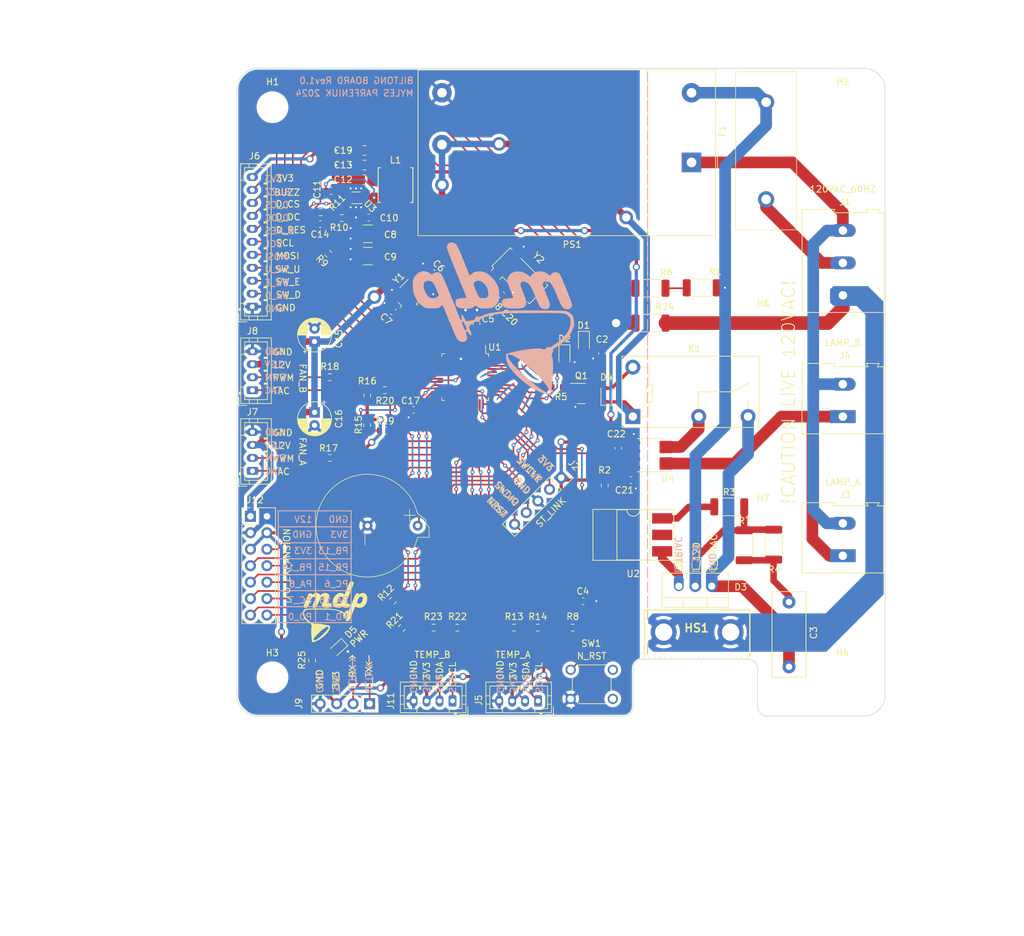
<source format=kicad_pcb>
(kicad_pcb (version 20221018) (generator pcbnew)
  (layers (0 "F.Cu" signal) (31 "B.Cu" signal) (34 "B.Paste" user) (35 "F.Paste" user) (36 "B.SilkS" user "B.Silkscreen") (37 "F.SilkS" user "F.Silkscreen") (38 "B.Mask" user) (39 "F.Mask" user) (44 "Edge.Cuts" user))
  (net 0 "")
  (net 1 "VBAT")
  (net 2 "Earth")
  (net 3 "+3V3")
  (net 4 "/ZERO_CROSS")
  (net 5 "Net-(C3-Pad1)")
  (net 6 "Net-(D3-A1)")
  (net 7 "/NRST")
  (net 8 "/OSC_IN")
  (net 9 "/OSC_OUT")
  (net 10 "+12V")
  (net 11 "Net-(U3-SW)")
  (net 12 "Net-(U3-BST)")
  (net 13 "Net-(U3-FB)")
  (net 14 "/OSC32_OUT")
  (net 15 "/OSC32_IN")
  (net 16 "/L_120")
  (net 17 "Net-(D3-G)")
  (net 18 "Net-(D4-A)")
  (net 19 "/N_120")
  (net 20 "/ST_SWCLK")
  (net 21 "/ST_SWDIO")
  (net 22 "/L_TRIAC")
  (net 23 "/I2C1_SCL")
  (net 24 "/I2C1_SDA")
  (net 25 "/DISP_DC")
  (net 26 "/DISP_CS")
  (net 27 "/DISP_RES")
  (net 28 "/SW_UP")
  (net 29 "/SW_ENTER")
  (net 30 "/SW_DOWN")
  (net 31 "/BUZZ")
  (net 32 "/FAN_A_PWM")
  (net 33 "/FAN_A_TACH")
  (net 34 "/FAN_B_PWM")
  (net 35 "/FAN_B_TACH")
  (net 36 "/UART_RX")
  (net 37 "/UART_TX")
  (net 38 "/I2C2_SCL")
  (net 39 "/I2C2_SDA")
  (net 40 "Net-(Q1-B)")
  (net 41 "Net-(R1-Pad2)")
  (net 42 "Net-(R2-Pad2)")
  (net 43 "Net-(R3-Pad1)")
  (net 44 "/HEAT_LAMP_EN")
  (net 45 "Net-(U3-EN)")
  (net 46 "/TRIAC_TRIG")
  (net 49 "Net-(J1-Pin_2)")
  (net 50 "GND")
  (net 51 "/I_SENSE")
  (net 53 "Net-(D5-A)")
  (net 55 "Net-(K1-Pad2)")
  (net 56 "Net-(U1-PA6)")
  (net 57 "/DISP_MOSI")
  (net 58 "/DISP_SCL")
  (net 59 "Net-(U1-PB10)")
  (net 60 "Net-(U1-PB11)")
  (net 62 "Net-(U1-PA7)")
  (net 63 "Net-(U1-PB1)")
  (net 64 "Net-(U1-PB0)")
  (net 67 "/PB_13")
  (net 68 "/PB_14")
  (net 69 "/PB_15")
  (net 70 "/PA_8")
  (net 71 "/PC_6")
  (net 72 "/PC_7")
  (net 73 "/PA_15")
  (net 74 "/PD_0")
  (net 75 "/PD_1")
  (footprint "Package_TO_SOT_SMD:SOT-23" (layer "F.Cu") (at 156.535558 76.072499)
    (fp_text reference "Q1")
    (fp_text value "MMBT3904")
  )
  (footprint "Capacitor_SMD:C_0603_1608Metric" (layer "F.Cu") (at 133.483802 57.391907 135)
    (fp_text reference "C6")
    (fp_text value "27p")
  )
  (footprint "Resistor_SMD:R_0603_1608Metric" (layer "F.Cu") (at 160.145558 90.272499 -90)
    (fp_text reference "R2")
    (fp_text value "220")
  )
  (footprint "Capacitor_SMD:C_0603_1608Metric" (layer "F.Cu") (at 144.229176 60.846117 -45)
    (fp_text reference "C18")
    (fp_text value "15p")
  )
  (footprint "Package_TO_SOT_SMD:SOT-563" (layer "F.Cu") (at 121.795998 45.862167 180)
    (fp_text reference "U3")
    (fp_text value "TPS562202SDRLR")
  )
  (footprint "Connector_PinHeader_2.54mm:PinHeader_2x07_P2.54mm_Vertical" (layer "F.Cu") (at 105.48 95.03)
    (fp_text reference "J12")
    (fp_text value "Conn_02x07_Odd_Even")
  )
  (footprint "Capacitor_SMD:C_0805_2012Metric" (layer "F.Cu") (at 123.079999 38.552166 180)
    (fp_text reference "C19")
    (fp_text value "22u")
  )
  (footprint "BiltongBoardLib:signature_ss_10x11.5mm" (layer "F.Cu") (at 118.557179 110.819552)
    (fp_text reference "G***" hide)
    (fp_text value "LOGO" hide)
  )
  (footprint "Capacitor_SMD:C_0603_1608Metric" (layer "F.Cu") (at 117.899998 44.792166)
    (fp_text reference "C11")
    (fp_text value "100n")
  )
  (footprint "Capacitor_SMD:C_0603_1608Metric" (layer "F.Cu") (at 156.82 108.14)
    (fp_text reference "C4")
    (fp_text value "100n")
  )
  (footprint "Connector_JST:JST_PH_B4B-PH-K_1x04_P2.00mm_Vertical" (layer "F.Cu") (at 149.86 123.53 180)
    (fp_text reference "J5")
    (fp_text value "JST_PH_B4B-PH-K_1x04_P2.00mm_Vertical")
  )
  (footprint "Connector_JST:JST_PH_B4B-PH-K_1x04_P2.00mm_Vertical" (layer "F.Cu") (at 136.66 123.53 180)
    (fp_text reference "J11")
    (fp_text value "JST_PH_B4B-PH-K_1x04_P2.00mm_Vertical")
  )
  (footprint "BiltongBoardLib:Converter_ACDC_MeanWell_IRM-10-xx_THT_w_model" (layer "F.Cu") (at 173.53 40.4 180)
    (fp_text reference "PS1")
    (fp_text value "IRM-10-12")
  )
  (footprint "Capacitor_SMD:C_0805_2012Metric" (layer "F.Cu") (at 123.079998 40.802166 180)
    (fp_text reference "C13")
    (fp_text value "22u")
  )
  (footprint "Capacitor_SMD:C_1210_3225Metric" (layer "F.Cu") (at 123.598341 51.419877 180)
    (fp_text reference "C8")
    (fp_text value "10u")
  )
  (footprint "BiltongBoardLib:BH-98-1" (layer "F.Cu") (at 123.535 96.47 -90)
    (fp_text reference "BT1" hide)
    (fp_text value "BH-98-1")
  )
  (footprint "MountingHole:MountingHole_2.2mm_M2" (layer "F.Cu") (at 184.565558 59.192499)
    (fp_text reference "H6")
    (fp_text value "MountingHole M2")
  )
  (footprint "Package_QFP:LQFP-48_7x7mm_P0.5mm" (layer "F.Cu") (at 138.605558 73.5345 -90)
    (fp_text reference "U1")
    (fp_text value "STM32G070CBTx")
  )
  (footprint "Resistor_SMD:R_2010_5025Metric" (layer "F.Cu") (at 175.1 59.76 180)
    (fp_text reference "R1")
    (fp_text value "470K")
  )
  (footprint "Resistor_SMD:R_2010_5025Metric" (layer "F.Cu") (at 167.2 65.2 180)
    (fp_text reference "R24")
    (fp_text value "1")
  )
  (footprint "Resistor_SMD:R_0603_1608Metric" (layer "F.Cu") (at 155.22 112.209877 180)
    (fp_text reference "R8")
    (fp_text value "10k")
  )
  (footprint "Resistor_SMD:R_0603_1608Metric" (layer "F.Cu") (at 126.22 81.785)
    (fp_text reference "R19")
    (fp_text value "470")
  )
  (footprint "LED_SMD:LED_0603_1608Metric" (layer "F.Cu") (at 118.918968 115.441032 -137.5)
    (fp_text reference "D5")
    (fp_text value "150060VS7500")
  )
  (footprint "Resistor_SMD:R_0603_1608Metric" (layer "F.Cu") (at 152.805558 75.082499)
    (fp_text reference "R5")
    (fp_text value "4.7K")
  )
  (footprint "Resistor_SMD:R_0603_1608Metric" (layer "F.Cu") (at 117.489341 54.497876 -45)
    (fp_text reference "R9")
    (fp_text value "10k")
  )
  (footprint "Capacitor_SMD:C_0603_1608Metric" (layer "F.Cu") (at 162.22 84.52 90)
    (fp_text reference "C22")
    (fp_text value "1n")
  )
  (footprint "Resistor_SMD:R_0603_1608Metric" (layer "F.Cu") (at 149.801666 112.209877)
    (fp_text reference "R14")
    (fp_text value "2.2K")
  )
  (footprint "BiltongBoardLib:signature_fc_10x11.5mm" (layer "F.Cu") (at 117.39 112.01)
    (fp_text reference "G***" hide)
    (fp_text value "LOGO" hide)
  )
  (footprint "Connector_JST:JST_PH_B4B-PH-K_1x04_P2.00mm_Vertical" (layer "F.Cu") (at 105.79 88.01875 90)
    (fp_text reference "J7")
    (fp_text value "JST_PH_B4B-PH-K_1x04_P2.00mm_Vertical")
  )
  (footprint "Connector_JST:JST_PH_B4B-PH-K_1x04_P2.00mm_Vertical" (layer "F.Cu") (at 105.79 75.560081 90)
    (fp_text reference "J8")
    (fp_text value "JST_PH_B4B-PH-K_1x04_P2.00mm_Vertical")
  )
  (footprint "Connector_JST:JST_PH_B11B-PH-K_1x11_P2.00mm_Vertical" (layer "F.Cu") (at 105.77 62.66 90)
    (fp_text reference "J6")
    (fp_text value "JST_PH_B11B-PH-K_1x11_P2.00mm_Vertical")
  )
  (footprint "Resistor_SMD:R_0603_1608Metric" (layer "F.Cu") (at 123.495 80.96 90)
    (fp_text reference "R15")
    (fp_text value "2.2K")
  )
  (footprint "Capacitor_SMD:C_0603_1608Metric" (layer "F.Cu") (at 123.723341 48.899876 180)
    (fp_text reference "C10")
    (fp_text value "100n")
  )
  (footprint "Capacitor_SMD:C_1210_3225Metric" (layer "F.Cu") (at 123.598341 54.859876 180)
    (fp_text reference "C9")
    (fp_text value "10u")
  )
  (footprint "Resistor_SMD:R_0603_1608Metric" (layer "F.Cu") (at 133.735 112.209877 180)
    (fp_text reference "R23")
    (fp_text value "2.2K")
  )
  (footprint "BiltongBoardLib:fuseholder_wurth_696106003002" (layer "F.Cu") (at 180.34 50.8 90)
    (fp_text reference "F1")
    (fp_text value "696106003002")
  )
  (footprint "Connector_PinSocket_2.54mm:PinSocket_1x05_P2.54mm_Vertical" (layer "F.Cu") (at 153.42 89.07 -45)
    (fp_text reference "J2")
    (fp_text value "PinHeader_1x05_P2.54mm_Vertical")
  )
  (footprint "Capacitor_SMD:C_0603_1608Metric" (layer "F.Cu") (at 140.365558 65.322499 90)
    (fp_text reference "C5")
    (fp_text value "1u")
  )
  (footprint "Capacitor_SMD:C_0603_1608Metric" (layer "F.Cu") (at 164.181558 89.44)
    (fp_text reference "C21")
    (fp_text value "10u")
  )
  (footprint "Resistor_SMD:R_0603_1608Metric" (layer "F.Cu") (at 116.308218 48.09)
    (fp_text reference "R11")
    (fp_text value "30.9k")
  )
  (footprint "BiltongBoardLib:TL1105BF250Q" (layer "F.Cu") (at 154.885558 123.2165 90)
    (fp_text reference "SW1")
    (fp_text value "TL1105BF250Q")
  )
  (footprint "Resistor_SMD:R_0603_1608Metric" (layer "F.Cu") (at 126.22 75.560081)
    (fp_text reference "R20")
    (fp_text value "470")
  )
  (footprint "Capacitor_SMD:C_0805_2012Metric" (layer "F.Cu") (at 123.08 43.06 180)
    (fp_text reference "C12")
    (fp_text value "22u")
  )
  (footprint "Resistor_SMD:R_0603_1608Metric" (layer "F.Cu") (at 119.568218 48.99 180)
    (fp_text reference "R10")
    (fp_text value "10k")
  )
  (footprint "Package_SO:SOIC-8_3.9x4.9mm_P1.27mm" (layer "F.Cu") (at 167.1 85.6 180)
    (fp_text reference "U4")
    (fp_text value "NSM2012-10B3R")
  )
  (footprint "Capacitor_SMD:C_0603_1608Metric" (layer "F.Cu") (at 159.707 69.895 -90)
    (fp_text reference "C2")
    (fp_text value "10n")
  )
  (footprint "MountingHole:MountingHole_4.3mm_M4" (layer "F.Cu") (at 196.879877 31.879877)
    (fp_text reference "H2")
    (fp_text value "MountingHole M4")
  )
  (footprint "BiltongBoardLib:TerminalBlock_Altech_AK300-2_P5.00mm_w_model" (layer "F.Cu") (at 196.869877 79.634877 90)
    (fp_text reference "J4")
    (fp_text value "Altech_AK300-2_P5.00mm")
  )
  (footprint "Resistor_SMD:R_0603_1608Metric" (layer "F.Cu") (at 146.151666 112.209877 180)
    (fp_text reference "R13")
    (fp_text value "2.2K")
  )
  (footprint "MountingHole:MountingHole_4.3mm_M4" (layer "F.Cu") (at 196.879877 119.879877)
    (fp_text reference "H4")
    (fp_text value "MountingHole M4")
  )
  (footprint "Capacitor_SMD:C_0603_1608Metric" (layer "F.Cu") (at 130.655558 78.612499 180)
    (fp_text reference "C17")
    (fp_text value "1u")
  )
  (footprint "Resistor_SMD:R_2010_5025Metric" (layer "F.Cu") (at 167.2 59.819877 180)
    (fp_text reference "R6")
    (fp_text value "470K")
  )
  (footprint "Connector_PinSocket_2.54mm:PinSocket_1x04_P2.54mm_Vertical" (layer "F.Cu") (at 123.86 123.96 -90)
    (fp_text reference "J9")
    (fp_text value "PinHeader_1x04_P2.54mm_Vertical")
  )
  (footprint "MountingHole:MountingHole_4.3mm_M4" (layer "F.Cu") (at 108.879877 31.879877)
    (fp_text reference "H1")
    (fp_text value "MountingHole M4")
  )
  (footprint "Resistor_SMD:R_2010_5025Metric" (layer "F.Cu") (at 179.35 93.57)
    (fp_text reference "R3")
    (fp_text value "170")
  )
  (footprint "BiltongBoardLib:TerminalBlock_Altech_AK300-2_P5.00mm_w_model" (layer "F.Cu") (at 196.869877 101.119877 90)
    (fp_text reference "J3")
    (fp_text value "Altech_AK300-2_P5.00mm")
  )
  (footprint "Capacitor_SMD:C_0603_1608Metric" (layer "F.Cu") (at 138.615558 65.322499 90)
    (fp_text reference "C1")
    (fp_text value "100n")
  )
  (footprint "BiltongBoardLib:HSINK_581002B02500G" (layer "F.Cu") (at 179.555558 112.912499 180)
    (fp_text reference "HS1")
    (fp_text value "581002B02500G" hide)
  )
  (footprint "Diode_SMD:D_SOD-323" (layer "F.Cu") (at 156.92 68.07 -90)
    (fp_text reference "D1")
    (fp_text value "SD101AWS-TP")
  )
  (footprint "Resistor_SMD:R_0603_1608Metric" (layer "F.Cu") (at 115 117.28 -90)
    (fp_text reference "R25")
    (fp_text value "4.7K")
  )
  (footprint "Capacitor_SMD:C_0603_1608Metric" (layer "F.Cu") (at 116.258218 49.93 180)
    (fp_text reference "C14")
    (fp_text value "47p")
  )
  (footprint "Capacitor_SMD:C_0603_1608Metric" (layer "F.Cu") (at 146.555558 63.172499 135)
    (fp_text reference "C20")
    (fp_text value "15p")
  )
  (footprint "BiltongBoardLib:Crystal_SMD_Abracon_ABS25-4Pin_8.0x3.8mm_w_model" (layer "F.Cu") (at 147.045558 57.892499 45)
    (fp_text reference "Y2")
    (fp_text value "32.768KHz")
  )
  (footprint "Diode_SMD:D_SOD-323" (layer "F.Cu") (at 160.405558 76.302499 90)
    (fp_text reference "D4")
    (fp_text value "SD101AWS-TP")
  )
  (footprint "Diode_SMD:D_SOD-323" (layer "F.Cu") (at 153.917 70.170001 -90)
    (fp_text reference "D2")
    (fp_text value "SD101AWS-TP")
  )
  (footprint "BiltongBoardLib:Crystal_SMD_Abracon_ABM3B-4Pin_5.0x3.2mm_w_model" (layer "F.Cu") (at 130.443243 60.361758 45)
    (fp_text reference "Y1")
    (fp_text value "8MHz")
  )
  (footprint "Capacitor_SMD:C_0603_1608Metric" (layer "F.Cu") (at 127.555418 63.481512 135)
    (fp_text reference "C7")
    (fp_text value "27p")
  )
  (footprint "Resistor_SMD:R_2010_5025Metric" (layer "F.Cu") (at 181.6625 99.509377 90)
    (fp_text reference "R7")
    (fp_text value "68")
  )
  (footprint "BiltongBoardLib:signature_sm_10x11.5mm" (layer "F.Cu") (at 117.39 112.01)
    (fp_text reference "G***" hide)
    (fp_text value "LOGO" hide)
  )
  (footprint "Capacitor_THT:CP_Radial_D5.0mm_P2.00mm" (layer "F.Cu") (at 115.365558 68.05 90)
    (fp_text reference "C15")
    (fp_text value "10u")
  )
  (footprint "BiltongBoardLib:IND_NRS5030_TAY" (layer "F.Cu") (at 127.859999 43.895566 90)
    (fp_text reference "L1")
    (fp_text value "3.3u")
  )
  (footprint "Resistor_SMD:R_0603_1608Metric" (layer "F.Cu") (at 117.72 86.01875)
    (fp_text reference "R17")
    (fp_text value "470")
  )
  (footprint "Resistor_SMD:R_0603_1608Metric" (layer "F.Cu") (at 128.83 112.27 45)
    (fp_text reference "R21")
    (fp_text value "470")
  )
  (footprint "Resistor_SMD:R_2010_5025Metric" (layer "F.Cu") (at 186.19 99.4 90)
    (fp_text reference "R4")
    (fp_text value "68")
  )
  (footprint "Resistor_SMD:R_0603_1608Metric" (layer "F.Cu") (at 127.44 108.04 45)
    (fp_text reference "R12")
    (fp_text value "470")
  )
  (footprint "Resistor_SMD:R_0603_1608Metric" (layer "F.Cu") (at 117.72 73.560081)
    (fp_text reference "R18")
    (fp_text value "470")
  )
  (footprint "Package_DIP:DIP-6_W8.89mm_SMDSocket_LongPads" (layer "F.Cu") (at 164.555558 97.892499)
    (fp_text reference "U2")
    (fp_text value "MOC3023S")
  )
  (footprint "Capacitor_THT:C_Rect_L13.0mm_W5.0mm_P10.00mm_FKS3_FKP3_MKS4" (layer "F.Cu") (at 188.565558 108.262499 -90)
    (fp_text reference "C3")
    (fp_text value "10n")
  )
  (footprint "Capacitor_THT:CP_Radial_D5.0mm_P2.00mm" (layer "F.Cu") (at 115.365558 78.982499 -90)
    (fp_text reference "C16")
    (fp_text value "10u")
  )
  (footprint "MountingHole:MountingHole_4.3mm_M4" (layer "F.Cu") (at 108.879877 119.879877)
    (fp_text reference "H3")
    (fp_text value "MountingHole M4")
  )
  (footprint "Resistor_SMD:R_0603_1608Metric" (layer "F.Cu") (at 123.495 76.385081 -90)
    (fp_text reference "R16")
    (fp_text value "2.2K")
  )
  (footprint "BiltongBoardLib:TerminalBlock_Altech_AK300-3_P5.00mm_w_model" (layer "F.Cu") (at 196.879877 60.914877 90)
    (fp_text reference "J1")
    (fp_text value "Altech_AK300-3_P5.00mm")
  )
  (footprint "MountingHole:MountingHole_2.2mm_M2" (layer "F.Cu") (at 184.565558 89.192499)
    (fp_text reference "H7")
    (fp_text value "MountingHole M2")
  )
  (footprint "Resistor_SMD:R_0603_1608Metric" (layer "F.Cu") (at 137.385 112.209877)
    (fp_text reference "R22")
    (fp_text value "2.2K")
  )
  (footprint "BiltongBoardLib:Relay_SPST_Omron-G5Q-1A_w_model" (layer "F.Cu") (at 164.472877 79.625877)
    (fp_text reference "K1")
    (fp_text value "G5Q-1A")
  )
  (footprint "BiltongBoardLib:TO-220-3_Vertical_long_pads" (layer "F.Cu") (at 176.645558 105.814999 180)
    (fp_text reference "D3")
    (fp_text value "Q_TRIAC_A1A2G")
  )
  (footprint "BiltongBoardLib:signature_ss_25x28.8mm" (layer "B.Cu") (at 142.889906 67.145596 180)
    (fp_text reference "G***" hide)
    (fp_text value "LOGO" hide)
  )
  (footprint "BiltongBoardLib:signature_sm_25x28.8mm" (layer "B.Cu") (at 146.122104 70.142499 180)
    (fp_text reference "G***" hide)
    (fp_text value "LOGO" hide)
  )
  (footprint "BiltongBoardLib:signature_fc_25x28.8mm" (layer "B.Cu") (at 146.122104 70.142499 180)
    (fp_text reference "G***" hide)
    (fp_text value "LOGO" hide)
  )
  (gr_line (start 121.015558 104.049639) (end 109.765558 104.049639) (stroke (width 0.15)) (layer "B.SilkS"))
  (gr_line (start 121.015558 94.192499) (end 121.015558 111.192499) (stroke (width 0.15)) (layer "B.SilkS"))
  (gr_line (start 123.365558 117.917499) (end 123.815558 118.367499) (stroke (width 0.153)) (layer "B.SilkS"))
  (gr_line (start 166.745558 26.392499) (end 166.745558 110.982499) (stroke (width 0.15) (type dash)) (layer "B.SilkS"))
  (gr_line (start 121.015558 99.121069) (end 109.765558 99.121069) (stroke (width 0.15)) (layer "B.SilkS"))
  (gr_line (start 109.765558 111.442499) (end 109.765558 94.192499) (stroke (width 0.15)) (layer "B.SilkS"))
  (gr_line (start 121.015558 108.978209) (end 109.765558 108.978209) (stroke (width 0.15)) (layer "B.SilkS"))
  (gr_line (start 115.515558 110.692499) (end 115.515558 94.442499) (stroke (width 0.15)) (layer "B.SilkS"))
  (gr_line (start 121.665558 117.367499) (end 121.215558 116.917499) (stroke (width 0.153)) (layer "B.SilkS"))
  (gr_line (start 115.515558 94.442499) (end 115.515558 94.192499) (stroke (width 0.15)) (layer "B.SilkS"))
  (gr_line (start 166.745558 116.3) (end 166.745558 114.6) (stroke (width 0.15) (type dash)) (layer "B.SilkS"))
  (gr_line (start 120.765558 117.367499) (end 121.215558 116.917499) (stroke (width 0.153)) (layer "B.SilkS"))
  (gr_line (start 115.515558 110.692499) (end 115.515558 111.442499) (stroke (width 0.15)) (layer "B.SilkS"))
  (gr_line (start 124.265558 117.917499) (end 123.815558 118.367499) (stroke (width 0.153)) (layer "B.SilkS"))
  (gr_line (start 109.765558 94.192499) (end 120.765558 94.192499) (stroke (width 0.15)) (layer "B.SilkS"))
  (gr_line (start 123.815558 118.367499) (end 123.815558 116.917499) (stroke (width 0.153)) (layer "B.SilkS"))
  (gr_line (start 120.765558 94.192499) (end 121.015558 94.192499) (stroke (width 0.15)) (layer "B.SilkS"))
  (gr_line (start 121.015558 106.513924) (end 109.765558 106.513924) (stroke (width 0.15)) (layer "B.SilkS"))
  (gr_line (start 121.015558 111.442499) (end 109.765558 111.442499) (stroke (width 0.15)) (layer "B.SilkS"))
  (gr_line (start 121.015558 111.192499) (end 121.015558 111.442499) (stroke (width 0.15)) (layer "B.SilkS"))
  (gr_line (start 121.015558 101.585354) (end 109.765558 101.585354) (stroke (width 0.15)) (layer "B.SilkS"))
  (gr_line (start 121.215558 116.917499) (end 121.215558 118.367499) (stroke (width 0.153)) (layer "B.SilkS"))
  (gr_line (start 121.015558 96.656784) (end 109.765558 96.656784) (stroke (width 0.15)) (layer "B.SilkS"))
  (gr_line (start 166.745558 51.2) (end 166.745558 26.4) (stroke (width 0.15) (type dash)) (layer "F.SilkS"))
  (gr_line (start 166.745558 109.992499) (end 166.745558 110.992499) (stroke (width 0.15) (type dash)) (layer "F.SilkS"))
  (gr_line (start 166.745558 114.592499) (end 166.745558 116.292499) (stroke (width 0.15) (type dash)) (layer "F.SilkS"))
  (gr_line (start 121.215558 116.492499) (end 121.665558 116.942499) (stroke (width 0.153)) (layer "F.SilkS"))
  (gr_line (start 166.745558 82.45) (end 166.745558 81.74) (stroke (width 0.15) (type dash)) (layer "F.SilkS"))
  (gr_line (start 166.745558 93.67) (end 166.745558 88.45) (stroke (width 0.15) (type dash)) (layer "F.SilkS"))
  (gr_line (start 167.2 63.4) (end 167.2 61.6) (stroke (width 0.15) (type dash)) (layer "F.SilkS"))
  (gr_line (start 123.765558 116.517499) (end 123.765558 117.967499) (stroke (width 0.153)) (layer "F.SilkS"))
  (gr_line (start 123.765558 117.967499) (end 124.215558 117.517499) (stroke (width 0.153)) (layer "F.SilkS"))
  (gr_line (start 166.745558 69.66) (end 166.745558 67) (stroke (width 0.15) (type dash)) (layer "F.SilkS"))
  (gr_line (start 166.745558 109) (end 166.745558 102.39) (stroke (width 0.15) (type dash)) (layer "F.SilkS"))
  (gr_line (start 166.745558 57.8) (end 166.745558 52.2) (stroke (width 0.15) (type dash)) (layer "F.SilkS"))
  (gr_line (start 121.215558 116.492499) (end 120.765558 116.942499) (stroke (width 0.153)) (layer "F.SilkS"))
  (gr_line (start 121.215558 117.942499) (end 121.215558 116.492499) (stroke (width 0.153)) (layer "F.SilkS"))
  (gr_line (start 123.765558 117.967499) (end 123.315558 117.517499) (stroke (width 0.153)) (layer "F.SilkS"))
  (gr_arc (start 185.219877 125.869877) (mid 184.159217 125.430537) (end 183.719877 124.369877) (stroke (width 0.1)) (layer "Edge.Cuts"))
  (gr_arc (start 106.652518 125.869877) (mid 105.504467 125.641515) (end 104.531197 124.991197) (stroke (width 0.1)) (layer "Edge.Cuts"))
  (gr_line (start 200.167236 125.869877) (end 185.219877 125.869877) (stroke (width 0.1)) (layer "Edge.Cuts"))
  (gr_line (start 166.019877 117.069877) (end 182.219877 117.069877) (stroke (width 0.1)) (layer "Edge.Cuts"))
  (gr_arc (start 164.519877 118.569877) (mid 164.959217 117.509217) (end 166.019877 117.069877) (stroke (width 0.1)) (layer "Edge.Cuts"))
  (gr_line (start 203.409877 122.627236) (end 203.409877 29.112518) (stroke (width 0.1)) (layer "Edge.Cuts"))
  (gr_arc (start 103.409877 29.112518) (mid 103.638231 27.964462) (end 104.288557 26.991197) (stroke (width 0.1)) (layer "Edge.Cuts"))
  (gr_arc (start 182.219877 117.069877) (mid 183.280537 117.509217) (end 183.719877 118.569877) (stroke (width 0.1)) (layer "Edge.Cuts"))
  (gr_arc (start 104.531198 26.748556) (mid 105.504468 26.098238) (end 106.652518 25.869877) (stroke (width 0.1)) (layer "Edge.Cuts"))
  (gr_line (start 104.288557 26.991197) (end 104.531198 26.748556) (stroke (width 0.1)) (layer "Edge.Cuts"))
  (gr_line (start 106.652518 125.869877) (end 163.019877 125.869877) (stroke (width 0.1)) (layer "Edge.Cuts"))
  (gr_arc (start 202.531198 26.991198) (mid 203.181515 27.964468) (end 203.409877 29.112518) (stroke (width 0.1)) (layer "Edge.Cuts"))
  (gr_arc (start 164.519877 124.369877) (mid 164.080537 125.430537) (end 163.019877 125.869877) (stroke (width 0.1)) (layer "Edge.Cuts"))
  (gr_line (start 103.409877 29.112518) (end 103.409877 122.627236) (stroke (width 0.1)) (layer "Edge.Cuts"))
  (gr_line (start 200.167236 25.869877) (end 106.652518 25.869877) (stroke (width 0.1)) (layer "Edge.Cuts"))
  (gr_arc (start 200.167236 25.869877) (mid 201.315287 26.098239) (end 202.288557 26.748557) (stroke (width 0.1)) (layer "Edge.Cuts"))
  (gr_line (start 183.719877 118.569877) (end 183.719877 124.369877) (stroke (width 0.1)) (layer "Edge.Cuts"))
  (gr_line (start 164.519877 124.369877) (end 164.519877 118.569877) (stroke (width 0.1)) (layer "Edge.Cuts"))
  (gr_line (start 104.531197 124.991197) (end 104.288556 124.748556) (stroke (width 0.1)) (layer "Edge.Cuts"))
  (gr_line (start 202.288557 26.748557) (end 202.531198 26.991198) (stroke (width 0.1)) (layer "Edge.Cuts"))
  (gr_line (start 202.288557 124.991197) (end 202.531198 124.748556) (stroke (width 0.1)) (layer "Edge.Cuts"))
  (gr_arc (start 203.409877 122.627236) (mid 203.181503 123.775277) (end 202.531198 124.748556) (stroke (width 0.1)) (layer "Edge.Cuts"))
  (gr_arc (start 104.288556 124.748556) (mid 103.638231 123.775287) (end 103.409877 122.627236) (stroke (width 0.1)) (layer "Edge.Cuts"))
  (gr_arc (start 202.288557 124.991197) (mid 201.315287 125.641516) (end 200.167236 125.869877) (stroke (width 0.1)) (layer "Edge.Cuts"))
  (gr_text "MYLES PARFENIUK 2024" (at 111.955558 30.392499) (layer "F.Cu") (effects (font (size 1 1) (thickness 0.153)) (justify left bottom)))
  (gr_text "BILTONG BOARD Rev1.0" (at 111.955558 28.412499) (layer "F.Cu") (effects (font (size 1 1) (thickness 0.153)) (justify left bottom)))
  (gr_text "D_CS" (at 107.57 47.559998) (layer "B.SilkS") (effects (font (size 1 1) (thickness 0.153)) (justify right bottom mirror)))
  (gr_text "3V3" (at 132.02 122.416309 -90) (layer "B.SilkS") (effects (font (size 1 1) (thickness 0.153)) (justify left bottom mirror)))
  (gr_text "GND" (at 120.690558 96.092499) (layer "B.SilkS") (effects (font (size 1 1) (thickness 0.153)) (justify left bottom mirror)))
  (gr_text "3V3" (at 145.41 122.416309 -90) (layer "B.SilkS") (effects (font (size 1 1) (thickness 0.153)) (justify left bottom mirror)))
  (gr_text "12V" (at 110.534405 72.180081) (layer "B.SilkS") (effects (font (size 1 1) (thickness 0.153)) (justify left bottom mirror)))
  (gr_text "SWDIO" (at 142.900182 90.32265 -45) (layer "B.SilkS") (effects (font (size 1 1) (thickness 0.16)) (justify right bottom mirror)))
  (gr_text "3V3" (at 115.090558 100.942499) (layer "B.SilkS") (effects (font (size 1 1) (thickness 0.153)) (justify left bottom mirror)))
  (gr_text "PC_7" (at 115.090558 108.567499) (layer "B.SilkS") (effects (font (size 1 1) (thickness 0.153)) (justify left bottom mirror)))
  (gr_text "SW_U" (at 107.57 57.46) (layer "B.SilkS") (effects (font (size 1 1) (thickness 0.153)) (justify right bottom mirror)))
  (gr_text "U_TX" (at 123.150001 122.416309 -90) (layer "B.SilkS") (effects (font (size 1 1) (thickness 0.16)) (justify left bottom mirror)))
  (gr_text "GND" (at 143.41 122.416309 -90) (layer "B.SilkS") (effects (font (size 1 1) (thickness 0.153)) (justify left bottom mirror)))
  (gr_text "MYLES PARFENIUK 2024" (at 130.718535 30.304544) (layer "B.SilkS") (effects (font (size 1 1) (thickness 0.153)) (justify left bottom mirror)))
  (gr_text "12V" (at 115.090558 96.092499) (layer "B.SilkS") (effects (font (size 1 1) (thickness 0.153)) (justify left bottom mirror)))
  (gr_text "MOSI" (at 107.57 55.56) (layer "B.SilkS") (effects (font (size 1 1) (thickness 0.153)) (justify right bottom mirror)))
  (gr_text "SDA" (at 134.02 122.416309 -90) (layer "B.SilkS") (effects (font (size 1 1) (thickness 0.153)) (justify left bottom mirror)))
  (gr_text "GND" (at 130.02 122.416309 -90) (layer "B.SilkS") (effects (font (size 1 1) (thickness 0.153)) (justify left bottom mirror)))
  (gr_text "D_DC" (at 107.57 49.559999) (layer "B.SilkS") (effects (font (size 1 1) (thickness 0.153)) (justify right bottom mirror)))
  (gr_text "3V3" (at 120.690558 98.442499) (layer "B.SilkS") (effects (font (size 1 1) (thickness 0.153)) (justify left bottom mirror)))
  (gr_text "GND" (at 176.135558 103.852499 -90) (layer "B.SilkS") (effects (font (size 1 1) (thickness 0.153)) (justify left bottom mirror)))
  (gr_text "SCL" (at 149.41 122.416309 -90) (layer "B.SilkS") (effects (font (size 1 1) (thickness 0.153)) (justify left bottom mirror)))
  (gr_text "3V3" (at 107.57 43.559999) (layer "B.SilkS") (effects (font (size 1 1) (thickness 0.153)) (justify right bottom mirror)))
  (gr_text "BUZZ" (at 107.57 45.55125) (layer "B.SilkS") (effects (font (size 1 1) (thickness 0.153)) (justify right bottom mirror)))
  (gr_text "L_TRIAC" (at 171.465558 100.927916 -90) (layer "B.SilkS") (effects (font (size 1 1) (thickness 0.153)) (justify mirror)))
  (gr_text "GND" (at 115.530002 122.416309 -90) (layer "B.SilkS") (effects (font (size 1 1) (thickness 0.16)) (justify left bottom mirror)))
  (gr_text "SCL" (at 107.57 53.559999) (layer "B.SilkS") (effects (font (size 1 1) (thickness 0.153)) (justify right bottom mirror)))
  (gr_text "SWCLK" (at 146.290253 86.528517 -45) (layer "B.SilkS") (effects (font (size 1 1) (thickness 0.16)) (justify right bottom mirror)))
  (gr_text "PB_13" (at 120.690558 100.942499) (layer "B.SilkS") (effects (font (size 1 1) (thickness 0.153)) (justify left bottom mirror)))
  (gr_text "3V3" (at 149.57943 86.269797 -45) (layer "B.SilkS") (effects (font (size 1 1) (thickness 0.16)) (justify right bottom mirror)))
  (gr_text "D_RES" (at 107.570001 51.559999) (layer "B.SilkS") (effects (font (size 1 1) (thickness 0.153)) (justify right bottom mirror)))
  (gr_text "SDA" (at 147.41 122.416309 -90) (layer "B.SilkS") (effects (font (size 1 1) (thickness 0.153)) (justify left bottom mirror)))
  (gr_text "GND" (at 145.807403 89.637764 -45) (layer "B.SilkS") (effects (font (size 1 1) (thickness 0.16)) (justify right bottom mirror)))
  (gr_text "PB_15" (at 120.690558 103.492499) (layer "B.SilkS") (effects (font (size 1 1) (thickness 0.153)) (justify left bottom mirror)))
  (gr_text "L_120" (at 174.146183 101.546963 -90) (layer "B.SilkS") (effects (font (size 1 1) (thickness 0.153)) (justify mirror)))
  (gr_text "PD_0" (at 115.090558 111.117499) (layer "B.SilkS") (effects (font (size 1 1) (thickness 0.153)) (justify left bottom mirror)))
  (gr_text "TAC" (at 110.391548 88.63875) (layer "B.SilkS") (effects (font (size 1 1) (thickness 0.153)) (justify left bottom mirror)))
  (gr_text "NRST" (at 141.710222 92.724792 -45) (layer "B.SilkS") (effects (font (size 1 1) (thickness 0.16)) (justify right bottom mirror)))
  (gr_text "PC_6" (at 120.690558 106.067499) (layer "B.SilkS") (effects (font (size 1 1) (thickness 0.153)) (justify left bottom mirror)))
  (gr_text "SCL" (at 136.02 122.416309 -90) (layer "B.SilkS") (effects (font (size 1 1) (thickness 0.153)) (justify left bottom mirror)))
  (gr_text "U_RX" (at 120.610001 122.416309 -90) (layer "B.SilkS") (effects (font (size 1 1) (thickness 0.16)) (justify left bottom mirror)))
  (gr_text "GND" (at 110.820119 82.63875) (layer "B.SilkS") (effects (font (size 1 1) (thickness 0.153)) (justify left bottom mirror)))
  (gr_text "PD_1" (at 120.690558 111.117499) (layer "B.SilkS") (effects (font (size 1 1) (thickness 0.153)) (justify left bottom mirror)))
  (gr_text "SW_D" (at 107.57 61.559999) (layer "B.SilkS") (effects (font (size 1 1) (thickness 0.153)) (justify right bottom mirror)))
  (gr_text "PB_14" (at 115.090558 103.492499) (layer "B.SilkS") (effects (font (size 1 1) (thickness 0.153)) (justify left bottom mirror)))
  (gr_text "3V3" (at 118.070001 122.416309 -90) (layer "B.SilkS") (effects (font (size 1 1) (thickness 0.16)) (justify left bottom mirror)))
  (gr_text "PA_8" (at 115.090558 106.067499) (layer "B.SilkS") (effects (font (size 1 1) (thickness 0.153)) (justify left bottom mirror)))
  (gr_text "PWM" (at 111.058214 86.63875) (layer "B.SilkS") (effects (font (size 1 1) (thickness 0.153)) (justify left bottom mirror)))
  (gr_text "BILTONG BOARD Rev1.0" (at 130.718535 28.36) (layer "B.SilkS") (effects (font (size 1 1) (thickness 0.153)) (justify left bottom mirror)))
  (gr_text "12V" (at 110.534405 84.63875) (layer "B.SilkS") (effects (font (size 1 1) (thickness 0.153)) (justify left bottom mirror)))
  (gr_text "PWM" (at 111.058214 74.180081) (layer "B.SilkS") (effects (font (size 1 1) (thickness 0.153)) (justify left bottom mirror)))
  (gr_text "PA_15" (at 120.690558 108.567499) (layer "B.SilkS") (effects (font (size 1 1) (thickness 0.153)) (justify left bottom mirror)))
  (gr_text "GND" (at 115.090558 98.417499) (layer "B.SilkS") (effects (font (size 1 1) (thickness 0.153)) (justify left bottom mirror)))
  (gr_text "SW_E" (at 107.57 59.559999) (layer "B.SilkS") (effects (font (size 1 1) (thickness 0.153)) (justify right bottom mirror)))
  (gr_text "GND" (at 107.57 63.559999) (layer "B.SilkS") (effects (font (size 1 1) (thickness 0.153)) (justify right bottom mirror)))
  (gr_text "GND" (at 110.820119 70.180081) (layer "B.SilkS") (effects (font (size 1 1) (thickness 0.153)) (justify left bottom mirror)))
  (gr_text "TAC" (at 110.391548 76.180081) (layer "B.SilkS") (effects (font (size 1 1) (thickness 0.153)) (justify left bottom mirror)))
  (gr_text "SWDIO" (at 146.28 93.62 -45) (layer "F.SilkS") (effects (font (size 1 1) (thickness 0.16)) (justify right bottom)))
  (gr_text "MOSI" (at 109.3 55.420002) (layer "F.SilkS") (effects (font (size 1 1) (thickness 0.153)) (justify left bottom)))
  (gr_text "I/O_EXPANSION" (at 111.69 108.605774 90) (layer "F.SilkS") (effects (font (size 1 1) (thickness 0.153)) (justify left bottom)))
  (gr_text "PWR" (at 122.225558 113.912499 43.5) (layer "F.SilkS") (effects (font (size 1 1) (thickness 0.16))))
  (gr_text "U_RX" (at 121.82 121.8 90) (layer "F.SilkS") (effects (font (size 1 1) (thickness 0.16)) (justify left bottom)))
  (gr_text "SDA" (at 148.59 120.4 90) (layer "F.SilkS") (effects (font (size 1 1) (thickness 0.153)) (justify left bottom)))
  (gr_text "GND" (at 144.59 120.4 90) (layer "F.SilkS") (effects (font (size 1 1) (thickness 0.153)) (justify left bottom)))
  (gr_text "D_CS" (at 109.3 47.42) (layer "F.SilkS") (effects (font (size 1 1) (thickness 0.153)) (justify left bottom)))
  (gr_text "120VAC_60HZ" (at 191.663329 45.114877) (layer "F.SilkS") (effects (font (size 1 1) (thickness 0.153)) (justify left bottom)))
  (gr_text "L_120" (at 174.294933 101.232499 90) (layer "F.SilkS") (effects (font (size 1 1) (thickness 0.153))))
  (gr_text "3V3" (at 133.25125 120.38 90) (layer "F.SilkS") (effects (font (size 1 1) (thickness 0.153)) (justify left bottom)))
  (gr_text "3V3" (at 146.59 120.4 90) (layer "F.SilkS") (effects (font (size 1 1) (thickness 0.153)) (justify left bottom)))
  (gr_text "SCL" (at 150.59 120.4 90) (layer "F.SilkS") (effects (font (size 1 1) (thickness 0.153)) (justify left bottom)))
  (gr_text "D_RES" (at 109.300001 51.420001) (layer "F.SilkS") (effects (font (size 1 1) (thickness 0.153)) (justify left bottom)))
  (gr_text "GND" (at 116.740001 121.8 90) (layer "F.SilkS") (effects (font (size 1 1) (thickness 0.16)) (justify left bottom)))
  (gr_text "SW_D" (at 109.3 61.420001) (layer "F.SilkS") (effects (font (size 1 1) (thickness 0.153)) (justify left bottom)))
  (gr_text "FAN_A" (at 112.95 82.737024 -90) (layer "F.SilkS") (effects (font (size 1 1) (thickness 0.153)) (justify left bottom)))
  (gr_text "12V" (at 108.82 84.71) (layer "F.SilkS") (effects (font (size 1 1) (thickness 0.153)) (justify left bottom)))
  (gr_text "3V3" (at 119.28 121.8 90) (layer "F.SilkS") (effects (font (size 1 1) (thickness 0.16)) (justify left bottom)))
  (gr_text "U_TX" (at 124.36 121.8 90) (layer "F.SilkS") (effects (font (size 1 1) (thickness 0.16)) (justify left bottom)))
  (gr_text "PWM" (at 108.82 86.71) (layer "F.SilkS") (effects (font (size 1 1) (thickness 0.153)) (justify left bottom)))
  (gr_text "L_TRIAC" (at 176.975558 100.613452 90) (layer "F.SilkS") (effects (font (size 1 1) (thickness 0.153))))
  (gr_text "SCL" (at 109.3 53.420001) (layer "F.SilkS") (effects (font (size 1 1) (thickness 0.153)) (justify left bottom)))
  (gr_text "GND" (at 131.25125 120.38 90) (layer "F.SilkS") (effects (font (size 1 1) (thickness 0.153)) (justify left bottom)))
  (gr_text "SCL" (at 137.25125 120.38 90) (layer "F.SilkS") (effects (font (size 1 1) (thickness 0.153)) (justify left bottom)))
  (gr_text "TAC" (at 108.82 88.71) (layer "F.SilkS") (effects (font (size 1 1) (thickness 0.153)) (justify left bottom)))
  (gr_text "SW_U" (at 109.157143 57.49) (layer "F.SilkS") (effects (font (size 1 1) (thickness 0.153)) (justify left bottom)))
  (gr_text "SDA" (at 135.25125 120.38 90) (layer "F.SilkS") (effects (font (size 1 1) (thickness 0.153)) (justify left bottom)))
  (gr_text "GND" (at 148.076052 91.82395 -45) (layer "F.SilkS") (effects (font (size 1 1) (thickness 0.16)) (justify right bottom)))
  (gr_text "FAN_B" (at 112.95 71.370081 -90) (layer "F.SilkS") (effects (font (size 1 1) (thickness 0.153)) (justify left bottom)))
  (gr_text "GND" (at 172.305558 103.538035 90) (layer "F.SilkS") (effects (font (size 1 1) (thickness 0.153)) (justify left bottom)))
  (gr_text "TEMP_A" (at 143.17113 116.98) (layer "F.SilkS") (effects (font (size 1 1) (thickness 0.153)) (justify left bottom)))
  (gr_text "SWCLK" (at 149.872102 90.027899 -45) (layer "F.SilkS") (effects (font (size 1 1) (thickness 0.16)) (justify right bottom)))
  (gr_text "D_DC" (at 109.3 49.420001) (layer "F.SilkS") (effects (font (size 1 1) (thickness 0.153)) (justify left bottom)))
  (gr_text "LAMP_B" (at 193.996663 68.834877) (layer "F.SilkS") (effects (font (size 1 1) (thickness 0.153)) (justify left bottom)))
  (gr_text "SW_E" (at 109.3 59.420001) (layer "F.SilkS") (effects (font (size 1 1) (thickness 0.153)) (justify left bottom)))
  (gr_text "LAMP_A" (at 194.068091 90.319877) (layer "F.SilkS") (effects (font (size 1 1) (thickness 0.153)) (justify left bottom)))
  (gr_text "GND" (at 109.3 63.420001) (layer "F.SilkS") (effects (font (size 1 1) (thickness 0.153)) (justify left bottom)))
  (gr_text "NRST" (at 144.483952 95.41605 -45) (layer "F.SilkS") (effects (font (size 1 1) (thickness 0.16)) (justify right bottom)))
  (gr_text "GND" (at 108.82 70.251331) (layer "F.SilkS") (effects (font (size 1 1) (thickness 0.153)) (justify left bottom)))
  (gr_text "12V" (at 108.82 72.251331) (layer "F.SilkS") (effects (font (size 1 1) (thickness 0.153)) (justify left bottom)))
  (gr_text "BUZZ" (at 109.061905 45.61125) (layer "F.SilkS") (effects (font (size 1 1) (thickness 0.153)) (justify left bottom)))
  (gr_text "TAC" (at 108.82 76.251331) (layer "F.SilkS") (effects (font (size 1 1) (thickness 0.153)) (justify left bottom)))
  (gr_text "3V3" (at 109.3 43.420001) (layer "F.SilkS") (effects (font (size 1 1) (thickness 0.153)) (justify left bottom)))
  (gr_text "!CAUTION LIVE 120VAC!" (at 188.5 75.869877 90) (layer "F.SilkS") (effects (font (size 2 2) (thickness 0.153))))
  (gr_text "PWM" (at 108.82 74.251331) (layer "F.SilkS") (effects (font (size 1 1) (thickness 0.153)) (justify left bottom)))
  (gr_text "3V3" (at 151.676053 88.283949 -45) (layer "F.SilkS") (effects (font (size 1 1) (thickness 0.16)) (justify right bottom)))
  (gr_text "N_RST" (at 155.769558 117.182499) (layer "F.SilkS") (effects (font (size 1 1) (thickness 0.153)) (justify left bottom)))
  (gr_text "ST_LINK" (at 150.12 96.96 45) (layer "F.SilkS") (effects (font (size 1 1) (thickness 0.153)) (justify left bottom)))
  (gr_text "TEMP_B" (at 130.683036 116.98) (layer "F.SilkS") (effects (font (size 1 1) (thickness 0.153)) (justify left bottom)))
  (gr_text "GND" (at 108.82 82.71) (layer "F.SilkS") (effects (font (size 1 1) (thickness 0.153)) (justify left bottom)))
  (segment (start 137.115558 74.032499) (end 137.125558 74.032499) (width 0.25) (layer "F.Cu") (net 1))
  (segment (start 131.475558 88.372499) (end 131.475558 96.279442) (width 0.25) (layer "F.Cu") (net 1))
  (segment (start 139.855558 71.302499) (end 139.855558 69.372) (width 0.25) (layer "F.Cu") (net 1))
  (segment (start 131.430558 78.612499) (end 131.430558 82.617499) (width 0.25) (layer "F.Cu") (net 1))
  (segment (start 131.475558 96.279442) (end 131.285 96.47) (width 0.25) (layer "F.Cu") (net 1))
  (segment (start 131.415558 77.071124) (end 131.415558 78.597499) (width 0.25) (layer "F.Cu") (net 1))
  (segment (start 137.125558 74.032499) (end 139.855558 71.302499) (width 0.25) (layer "F.Cu") (net 1))
  (segment (start 131.415558 78.597499) (end 131.430558 78.612499) (width 0.25) (layer "F.Cu") (net 1))
  (segment (start 131.415558 77.071124) (end 132.497543 75.989139) (width 0.25) (layer "F.Cu") (net 1))
  (segment (start 131.285 96.47) (end 131.415558 96.339442) (width 0.25) (layer "F.Cu") (net 1))
  (segment (start 131.430558 82.617499) (end 131.475558 82.662499) (width 0.25) (layer "F.Cu") (net 1))
  (via (at 131.475558 82.662499) (size 0.6) (drill 0.3) (layers "F.Cu" "B.Cu") (net 1))
  (via (at 137.115558 74.032499) (size 0.6) (drill 0.3) (layers "F.Cu" "B.Cu") (net 1))
  (via (at 132.497543 75.989139) (size 0.6) (drill 0.3) (layers "F.Cu" "B.Cu") (net 1))
  (via (at 131.475558 88.372499) (size 0.6) (drill 0.3) (layers "F.Cu" "B.Cu") (net 1))
  (segment (start 131.475558 82.662499) (end 131.475558 88.372499) (width 0.25) (layer "B.Cu") (net 1))
  (segment (start 134.454183 74.032499) (end 132.497543 75.989139) (width 0.25) (layer "B.Cu") (net 1))
  (segment (start 137.115558 74.032499) (end 134.454183 74.032499) (width 0.25) (layer "B.Cu") (net 1))
  (segment (start 196.879877 62.86418) (end 196.879877 60.914877) (width 2.1) (layer "F.Cu") (net 2))
  (segment (start 169.5125 65.2) (end 194.544057 65.2) (width 2.1) (layer "F.Cu") (net 2))
  (segment (start 194.544057 65.2) (end 196.879877 62.86418) (width 2.1) (layer "F.Cu") (net 2))
  (segment (start 115.483218 49.93) (end 115.483218 48.09) (width 0.25) (layer "F.Cu") (net 3))
  (segment (start 153.415558 83.542499) (end 153.445558 83.572499) (width 0.5) (layer "F.Cu") (net 3))
  (segment (start 110.228057 97.57) (end 108.02 97.57) (width 0.5) (layer "F.Cu") (net 3))
  (segment (start 127.888965 41.86) (end 127.859999 41.888966) (width 0.5) (layer "F.Cu") (net 3))
  (segment (start 161.987 50.926) (end 165.02 53.959) (width 0.5) (layer "F.Cu") (net 3))
  (segment (start 125.52 80.11) (end 123.52 80.11) (width 0.5) (layer "F.Cu") (net 3))
  (segment (start 110.27 112.86) (end 110.27 114.11) (width 0.5) (layer "F.Cu") (net 3))
  (segment (start 152.015558 120.832499) (end 156.183558 120.832499) (width 0.5) (layer "F.Cu") (net 3))
  (segment (start 124.188057 83.61) (end 110.228057 97.57) (width 0.5) (layer "F.Cu") (net 3))
  (segment (start 138.21 112.209877) (end 145.326666 112.209877) (width 0.5) (layer "F.Cu") (net 3))
  (segment (start 125.174218 38.584) (end 125.174218 37.314) (width 0.25) (layer "F.Cu") (net 3))
  (segment (start 114.265 118.105) (end 115 118.105) (width 0.5) (layer "F.Cu") (net 3))
  (segment (start 163.406558 89.44) (end 164.625 88.221558) (width 0.5) (layer "F.Cu") (net 3))
  (segment (start 160.130558 89.432499) (end 153.782499 89.432499) (width 0.5) (layer "F.Cu") (net 3))
  (segment (start 132.91 112.209877) (end 132.91 113.75) (width 0.5) (layer "F.Cu") (net 3))
  (segment (start 156.92 64.71) (end 156.92 67.02) (width 0.5) (layer "F.Cu") (net 3))
  (segment (start 115 118.105) (end 115 120.18) (width 0.5) (layer "F.Cu") (net 3))
  (segment (start 119.05828 36.86) (end 116.27 39.64828) (width 0.25) (layer "F.Cu") (net 3))
  (segment (start 140.804 119.762) (end 140.804 116.46) (width 0.5) (layer "F.Cu") (net 3))
  (segment (start 138.264 113.92) (end 138.264 112.263877) (width 0.5) (layer "F.Cu") (net 3))
  (segment (start 138.264 119.762) (end 140.804 119.762) (width 0.5) (layer "F.Cu") (net 3))
  (segment (start 161.387558 115.628499) (end 161.387558 108.008499) (width 0.5) (layer "F.Cu") (net 3))
  (segment (start 140.804 116.46) (end 138.264 113.92) (width 0.5) (layer "F.Cu") (net 3))
  (segment (start 137.02 53.734) (end 142.845661 47.908339) (width 0.5) (layer "F.Cu") (net 3))
  (segment (start 115.483218 47.396782) (end 115.483218 48.09) (width 0.25) (layer "F.Cu") (net 3))
  (segment (start 129.18 119.78) (end 131.16 119.78) (width 0.5) (layer "F.Cu") (net 3))
  (segment (start 150.626666 112.209877) (end 154.395 112.209877) (width 0.5) (layer "F.Cu") (net 3))
  (segment (start 157.925558 83.572499) (end 161.095558 80.402499) (width 0.5) (layer "F.Cu") (net 3))
  (segment (start 147.194 50.926) (end 146.117321 50.926) (width 0.5) (layer "F.Cu") (net 3))
  (segment (start 153.42 100.040941) (end 153.42 89.07) (width 0.5) (layer "F.Cu") (net 3))
  (segment (start 137.980559 66.097499) (end 137.02 65.13694) (width 0.5) (layer "F.Cu") (net 3))
  (segment (start 161.387558 108.008499) (end 153.42 100.040941) (width 0.5) (layer "F.Cu") (net 3))
  (segment (start 126.27 35.86) (end 127.77 37.36) (width 0.5) (layer "F.Cu") (net 3))
  (segment (start 114.6445 39.86) (end 114.6445 39.7355) (width 0.5) (layer "F.Cu") (net 3))
  (segment (start 127.77 37.36) (end 127.77 38.11) (width 0.5) (layer "F.Cu") (net 3))
  (segment (start 131.16 119.78) (end 132.66 121.28) (width 0.5) (layer "F.Cu") (net 3))
  (segment (start 116.27 39.64828) (end 116.27 46.61) (width 0.25) (layer "F.Cu") (net 3))
  (segment (start 125.54 121.52) (end 127.28 119.78) (width 0.5) (layer "F.Cu") (net 3))
  (segment (start 146.117321 50.926) (end 137.051322 41.86) (width 0.5) (layer "F.Cu") (net 3))
  (segment (start 118.52 35.86) (end 126.27 35.86) (width 0.5) (layer "F.Cu") (net 3))
  (segment (start 150.715558 119.532499) (end 152.015558 120.832499) (width 0.5) (layer "F.Cu") (net 3))
  (segment (start 124.720218 36.86) (end 119.05828 36.86) (width 0.25) (layer "F.Cu") (net 3))
  (segment (start 137.02 64.11) (end 137.02 53.734) (width 0.5) (layer "F.Cu") (net 3))
  (segment (start 125.174218 37.314) (end 124.720218 36.86) (width 0.25) (layer "F.Cu") (net 3))
  (segment (start 143.312 119.762) (end 145.86 122.31) (width 0.5) (layer "F.Cu") (net 3))
  (segment (start 164.625 88.221558) (end 164.625 87.505) (width 0.5) (layer "F.Cu") (net 3))
  (segment (start 145.86 122.31) (end 145.86 123.7) (width 0.5) (layer "F.Cu") (net 3))
  (segment (start 132.91 113.75) (end 129.18 117.48) (width 0.5) (layer "F.Cu") (net 3))
  (segment (start 114.6445 39.7355) (end 118.52 35.86) (width 0.5) (layer "F.Cu") (net 3))
  (segment (start 138.615558 66.097499) (end 137.980559 66.097499) (width 0.5) (layer "F.Cu") (net 3))
  (segment (start 138.264 112.263877) (end 138.21 112.209877) (width 0.5) (layer "F.Cu") (net 3))
  (segment (start 137.051322 41.86) (end 127.888965 41.86) (width 0.5) (layer "F.Cu") (net 3))
  (segment (start 137.02 65.13694) (end 137.02 64.11) (width 0.5) (layer "F.Cu") (net 3))
  (segment (start 115 120.18) (end 118.78 123.96) (width 0.5) (layer "F.Cu") (net 3))
  (segment (start 150.715558 119.532499) (end 150.71 119.526941) (width 0.5) (layer "F.Cu") (net 3))
  (segment (start 150.71 119.526941) (end 150.71 112.293211) (width 0.5) (layer "F.Cu") (net 3))
  (segment (start 123.495 80.135) (end 123.495 77.210081) (width 0.5) (layer "F.Cu") (net 3))
  (segment (start 127.28 119.78) (end 129.18 119.78) (width 0.5) (layer "F.Cu") (net 3))
  (segment (start 140.804 119.762) (end 143.312 119.762) (width 0.5) (layer "F.Cu") (net 3))
  (segment (start 157.02 50.926) (end 161.987 50.926) (width 0.5) (layer "F.Cu") (net 3))
  (segment (start 159.52 50.926) (end 159.52 62.11) (width 0.5) (layer "F.Cu") (net 3))
  (segment (start 110.27 114.11) (end 114.265 118.105) (width 0.5) (layer "F.Cu") (net 3))
  (segment (start 156.183558 120.832499) (end 161.387558 115.628499) (width 0.5) (layer "F.Cu") (net 3))
  (segment (start 132.66 121.28) (end 132.66 123.58) (width 0.5) (layer "F.Cu") (net 3))
  (segment (start 163.406558 89.44) (end 160.153057 89.44) (width 0.5) (layer "F.Cu") (net 3))
  (segment (start 159.52 62.11) (end 156.92 64.71) (width 0.5) (layer "F.Cu") (net 3))
  (segment (start 116.27 46.61) (end 115.483218 47.396782) (width 0.25) (layer "F.Cu") (net 3))
  (segment (start 153.782499 89.432499) (end 153.42 89.07) (width 0.5) (layer "F.Cu") (net 3))
  (segment (start 138.615558 66.097499) (end 140.365558 66.0975) (width 0.5) (layer "F.Cu") (net 3))
  (segment (start 165.02 53.959) (end 165.02 56.535) (width 0.5) (layer "F.Cu") (net 3))
  (segment (start 153.445558 83.572499) (end 157.925558 83.572499) (width 0.5) (layer "F.Cu") (net 3))
  (segment (start 129.18 117.48) (end 129.18 119.78) (width 0.5) (layer "F.Cu") (net 3))
  (segment (start 161.095558 80.402499) (end 161.095558 79.312499) (width 0.5) (layer "F.Cu") (net 3))
  (segment (start 123.52 80.11) (end 123.495 80.135) (width 0.5) (layer "F.Cu") (net 3))
  (via (at 153.415558 83.542499) (size 1.1) (drill 0.7) (layers "F.Cu" "B.Cu") (net 3))
  (via (at 110.27 112.86) (size 1.1) (drill 0.7) (layers "F.Cu" "B.Cu") (net 3))
  (via (at 124.188057 83.61) (size 1.1) (drill 0.7) (layers "F.Cu" "B.Cu") (net 3))
  (via (at 161.095558 79.312499) (size 1.1) (drill 0.7) (layers "F.Cu" "B.Cu") (net 3))
  (via (at 114.6445 39.86) (size 1.1) (drill 0.7) (layers "F.Cu" "B.Cu") (net 3))
  (via (at 125.52 80.11) (size 1.1) (drill 0.7) (layers "F.Cu" "B.Cu") (net 3))
  (via (at 147.194 50.926) (size 1.1) (drill 0.7) (layers "F.Cu" "B.Cu") (net 3))
  (via (at 150.715558 119.532499) (size 1.1) (drill 0.7) (layers "F.Cu" "B.Cu") (net 3))
  (via (at 125.54 121.52) (size 1.1) (drill 0.7) (layers "F.Cu" "B.Cu") (net 3))
  (via (at 138.264 119.762) (size 1.1) (drill 0.7) (layers "F.Cu" "B.Cu") (net 3))
  (via (at 157.02 50.926) (size 1.1) (drill 0.7) (layers "F.Cu" "B.Cu") (net 3))
  (via (at 165.02 56.535) (size 1.1) (drill 0.7) (layers "F.Cu" "B.Cu") (net 3))
  (segment (start 147.194 50.926) (end 157.02 50.926) (width 0.5) (layer "B.Cu") (net 3))
  (segment (start 161.095558 79.312499) (end 161.102 79.306057) (width 0.5) (layer "B.Cu") (net 3))
  (segment (start 161.102 69.868) (end 165.01 65.96) (width 0.5) (layer "B.Cu") (net 3))
  (segment (start 121.2 121.54) (end 118.78 123.96) (width 0.5) (layer "B.Cu") (net 3))
  (segment (start 153.425558 89.064442) (end 153.42 89.07) (width 0.5) (layer "B.Cu") (net 3))
  (segment (start 125.54 121.52) (end 125.52 121.54) (width 0.5) (layer "B.Cu") (net 3))
  (segment (start 114.6445 39.86) (end 108.57 39.86) (width 0.5) (layer "B.Cu") (net 3))
  (segment (start 132.66 123.58) (end 132.68 123.58) (width 0.5) (layer "B.Cu") (net 3))
  (segment (start 125.52 121.54) (end 121.2 121.54) (width 0.5) (layer "B.Cu") (net 3))
  (segment (start 110.27 99.82) (end 110.27 112.86) (width 0.5) (layer "B.Cu") (net 3))
  (segment (start 132.68 123.58) (end 136.498 119.762) (width 0.5) (layer "B.Cu") (net 3))
  (segment (start 165.01 65.96) (end 165.01 56.545) (width 0.5) (layer "B.Cu") (net 3))
  (segment (start 165.01 56.545) (end 165.02 56.535) (width 0.5) (layer "B.Cu") (net 3))
  (segment (start 149.857501 119.532499) (end 145.86 123.53) (width 0.5) (layer "B.Cu") (net 3))
  (segment (start 108.57 39.86) (end 105.77 42.66) (width 0.5) (layer "B.Cu") (net 3))
  (segment (start 125.52 82.278057) (end 125.52 80.11) (width 0.5) (layer "B.Cu") (net 3))
  (segment (start 153.415558 83.542499) (end 153.425558 83.552499) (width 0.5) (layer "B.Cu") (net 3))
  (segment (start 153.425558 83.552499) (end 153.425558 89.064442) (width 0.5) (layer "B.Cu") (net 3))
  (segment (start 161.102 79.306057) (end 161.102 69.868) (width 0.5) (layer "B.Cu") (net 3))
  (segment (start 150.715558 119.532499) (end 149.857501 119.532499) (width 0.5) (layer "B.Cu") (net 3))
  (segment (start 124.188057 83.61) (end 125.52 82.278057) (width 0.5) (layer "B.Cu") (net 3))
  (segment (start 108.02 97.57) (end 110.27 99.82) (width 0.5) (layer "B.Cu") (net 3))
  (segment (start 136.498 119.762) (end 138.264 119.762) (width 0.5) (layer "B.Cu") (net 3))
  (segment (start 108.02 97.57) (end 105.48 100.11) (width 0.5) (layer "B.Cu") (net 3))
  (segment (start 159.72 69.107) (end 159.72 64.06) (width 0.25) (layer "F.Cu") (net 4))
  (segment (start 146.110058 74.7845) (end 142.768058 74.7845) (width 0.25) (layer "F.Cu") (net 4))
  (segment (start 151.128969 76.819088) (end 148.144646 76.819088) (width 0.25) (layer "F.Cu") (net 4))
  (segment (start 153.917 69.120001) (end 156.919999 69.120001) (width 0.25) (layer "F.Cu") (net 4))
  (segment (start 152.815558 69.482499) (end 153.178056 69.120001) (width 0.25) (layer "F.Cu") (net 4))
  (segment (start 163.960123 59.819877) (end 164.8875 59.819877) (width 0.25) (layer "F.Cu") (net 4))
  (segment (start 148.144646 76.819088) (end 146.110058 74.7845) (width 0.25) (layer "F.Cu") (net 4))
  (segment (start 152.815558 73.72) (end 152.815558 69.482499) (width 0.25) (layer "F.Cu") (net 4))
  (segment (start 156.919999 69.120001) (end 156.92 69.12) (width 0.25) (layer "F.Cu") (net 4))
  (segment (start 153.178056 69.120001) (end 153.917 69.120001) (width 0.25) (layer "F.Cu") (net 4))
  (segment (start 156.92 69.12) (end 159.707 69.12) (width 0.25) (layer "F.Cu") (net 4))
  (segment (start 159.72 64.06) (end 163.960123 59.819877) (width 0.25) (layer "F.Cu") (net 4))
  (via (at 151.128969 76.819088) (size 0.6) (drill 0.3) (layers "F.Cu" "B.Cu") (net 4))
  (via (at 152.815558 73.72) (size 0.6) (drill 0.3) (layers "F.Cu" "B.Cu") (net 4))
  (segment (start 152.815558 73.72) (end 152.815558 75.132499) (width 0.25) (layer "B.Cu") (net 4))
  (segment (start 152.815558 75.132499) (end 151.128969 76.819088) (width 0.25) (layer "B.Cu") (net 4))
  (segment (start 181.6625 101.821877) (end 186.080623 101.821877) (width 1) (layer "F.Cu") (net 5))
  (segment (start 186.080623 101.821877) (end 186.19 101.7125) (width 1) (layer "F.Cu") (net 5))
  (segment (start 188.565558 108.262499) (end 188.565558 107.332499) (width 1) (layer "F.Cu") (net 5))
  (segment (start 188.565558 107.332499) (end 186.19 104.956941) (width 1) (layer "F.Cu") (net 5))
  (segment (start 186.19 104.956941) (end 186.19 101.7125) (width 1) (layer "F.Cu") (net 5))
  (segment (start 188.565558 113.072499) (end 188.565558 118.262499) (width 1.8) (layer "F.Cu") (net 6))
  (segment (start 181.317936 105.824877) (end 188.565558 113.072499) (width 1.8) (layer "F.Cu") (net 6))
  (segment (start 176.659877 105.824877) (end 181.317936 105.824877) (width 1.8) (layer "F.Cu") (net 6))
  (segment (start 179.235558 88.472499) (end 182.252877 85.45518) (width 1.8) (layer "B.Cu") (net 6))
  (segment (start 182.252877 85.45518) (end 182.252877 79.625877) (width 1.8) (layer "B.Cu") (net 6))
  (segment (start 176.659877 105.824877) (end 176.659877 103.88818) (width 1.8) (layer "B.Cu") (net 6))
  (segment (start 179.235558 101.312499) (end 179.235558 88.472499) (width 1.8) (layer "B.Cu") (net 6))
  (segment (start 176.659877 103.88818) (end 179.235558 101.312499) (width 1.8) (layer "B.Cu") (net 6))
  (segment (start 146.235795 90.162262) (end 146.235795 96.254205) (width 0.25) (layer "F.Cu") (net 7))
  (segment (start 156.045 108.14) (end 156.045 106.06341) (width 0.25) (layer "F.Cu") (net 7))
  (segment (start 137.025558 75.732499) (end 136.02 74.726941) (width 0.25) (layer "F.Cu") (net 7))
  (segment (start 144.775558 87.202499) (end 143.365558 85.792499) (width 0.25) (layer "F.Cu") (net 7))
  (segment (start 156.045 106.06341) (end 146.235795 96.254205) (width 0.25) (layer "F.Cu") (net 7))
  (segment (start 141.255558 75.732499) (end 137.025558 75.732499) (width 0.25) (layer "F.Cu") (net 7))
  (segment (start 143.365558 85.792499) (end 143.365558 81.86312) (width 0.25) (layer "F.Cu") (net 7))
  (segment (start 156.045 112.209877) (end 156.045 108.14) (width 0.25) (layer "F.Cu") (net 7))
  (segment (start 143.365558 81.86312) (end 141.255495 79.753057) (width 0.25) (layer "F.Cu") (net 7))
  (segment (start 147.005558 89.392499) (end 146.235795 90.162262) (width 0.25) (layer "F.Cu") (net 7))
  (segment (start 136.02 74.726941) (end 136.02 71.381372) (width 0.25) (layer "F.Cu") (net 7))
  (segment (start 156.04 117.562058) (end 156.04 112.185) (width 0.25) (layer "F.Cu") (net 7))
  (segment (start 154.885558 118.7165) (end 156.04 117.562058) (width 0.25) (layer "F.Cu") (net 7))
  (segment (start 136.02 71.381372) (end 136.855558 70.545814) (width 0.25) (layer "F.Cu") (net 7))
  (segment (start 136.855558 70.545814) (end 136.855558 69.372) (width 0.25) (layer "F.Cu") (net 7))
  (via (at 147.005558 89.392499) (size 0.6) (drill 0.3) (layers "F.Cu" "B.Cu") (net 7))
  (via (at 141.255558 75.732499) (size 0.6) (drill 0.3) (layers "F.Cu" "B.Cu") (net 7))
  (via (at 144.775558 87.202499) (size 0.6) (drill 0.3) (layers "F.Cu" "B.Cu") (net 7))
  (via (at 141.255495 79.753057) (size 0.6) (drill 0.3) (layers "F.Cu" "B.Cu") (net 7))
  (segment (start 144.775558 87.202499) (end 146.965558 89.392499) (width 0.25) (layer "B.Cu") (net 7))
  (segment (start 141.255495 79.753057) (end 141.255558 79.752994) (width 0.25) (layer "B.Cu") (net 7))
  (segment (start 146.965558 89.392499) (end 147.005558 89.392499) (width 0.25) (layer "B.Cu") (net 7))
  (segment (start 141.255558 79.752994) (end 141.255558 75.732499) (width 0.25) (layer "B.Cu") (net 7))
  (segment (start 134.795558 64.635558) (end 137.855558 67.695558) (width 0.25) (layer "F.Cu") (net 8))
  (segment (start 131.610612 58.382499) (end 131.168026 57.939913) (width 0.25) (layer "F.Cu") (net 8))
  (segment (start 134.795558 58.703664) (end 134.795558 64.635558) (width 0.25) (layer "F.Cu") (net 8))
  (segment (start 133.589226 58.382499) (end 131.610612 58.382499) (width 0.25) (layer "F.Cu") (net 8))
  (segment (start 134.031809 57.939915) (end 134.795558 58.703664) (width 0.25) (layer "F.Cu") (net 8))
  (segment (start 134.031809 57.939916) (end 133.589226 58.382499) (width 0.25) (layer "F.Cu") (net 8))
  (segment (start 137.855558 67.695558) (end 137.855558 69.372) (width 0.25) (layer "F.Cu") (net 8))
  (segment (start 133.300499 64.390499) (end 137.355558 68.445558) (width 0.25) (layer "F.Cu") (net 9))
  (segment (start 128.103426 64.02952) (end 128.464406 64.390499) (width 0.25) (layer "F.Cu") (net 9))
  (segment (start 128.464406 64.390499) (end 133.300499 64.390499) (width 0.25) (layer "F.Cu") (net 9))
  (segment (start 137.355558 68.445558) (end 137.355558 69.372) (width 0.25) (layer "F.Cu") (net 9))
  (segment (start 129.508447 62.6245) (end 128.103426 64.02952) (width 0.25) (layer "F.Cu") (net 9))
  (segment (start 163.45 48.894) (end 152.106 37.55) (width 1) (layer "F.Cu") (net 10))
  (segment (start 124.611529 61.17847) (end 129.65 56.14) (width 1) (layer "F.Cu") (net 10))
  (segment (start 129.65 56.14) (end 129.65 52.36) (width 1) (layer "F.Cu") (net 10))
  (segment (start 124.928218 55.004999) (end 124.928218 57.251) (width 0.25) (layer "F.Cu") (net 10))
  (segment (start 115.365558 78.982499) (end 115.32046 78.937401) (width 1) (layer "F.Cu") (net 10))
  (segment (start 120.761342 57.769877) (end 118.072704 55.081239) (width 0.25) (layer "F.Cu") (net 10))
  (segment (start 164.472877 78.572877) (end 164.472877 79.625877) (width 0.5) (layer "F.Cu") (net 10))
  (segment (start 160.405558 77.346499) (end 160.439059 77.38) (width 0.5) (layer "F.Cu") (net 10))
  (segment (start 135.03 46.168057) (end 129.65 51.548057) (width 1) (layer "F.Cu") (net 10))
  (segment (start 125.073341 51.419877) (end 125.073464 51.42) (width 1.3) (layer "F.Cu") (net 10))
  (segment (start 110.48 68.05) (end 106.969919 71.560081) (width 1) (layer "F.Cu") (net 10))
  (segment (start 135.03 43.86) (end 135.03 46.168057) (width 1) (layer "F.Cu") (net 10))
  (segment (start 129.65 51.548057) (end 129.65 52.36) (width 1) (layer "F.Cu") (net 10))
  (segment (start 125.073341 51.419877) (end 125.073341 54.859876) (width 1.3) (layer "F.Cu") (net 10))
  (segment (start 124.928218 57.251) (end 124.409341 57.769877) (width 0.25) (layer "F.Cu") (net 10))
  (segment (start 163.28 77.38) (end 164.472877 78.572877) (width 0.5) (layer "F.Cu") (net 10))
  (segment (start 124.409341 57.769877) (end 120.761342 57.769877) (width 0.25) (layer "F.Cu") (net 10))
  (segment (start 106.969919 71.560081) (end 105.79 71.560081) (width 1) (layer "F.Cu") (net 10))
  (segment (start 152.106 37.55) (end 143.853838 37.55) (width 1) (layer "F.Cu") (net 10))
  (segment (start 111.752599 78.937401) (end 106.67125 84.01875) (width 1) (layer "F.Cu") (net 10))
  (segment (start 160.439059 77.38) (end 163.28 77.38) (width 0.5) (layer "F.Cu") (net 10))
  (segment (start 143.853838 37.55) (end 143.841919 37.538081) (width 1) (layer "F.Cu") (net 10))
  (segment (start 129.65 52.36) (end 126.57 52.36) (width 1) (layer "F.Cu") (net 10))
  (segment (start 115.32046 78.937401) (end 111.752599 78.937401) (width 1) (layer "F.Cu") (net 10))
  (segment (start 125.428218 55.214753) (end 125.073341 54.859876) (width 0.25) (layer "F.Cu") (net 10))
  (segment (start 110.48 68.05) (end 115.365558 68.05) (width 1) (layer "F.Cu") (net 10))
  (segment (start 106.67125 84.01875) (end 105.79 84.01875) (width 1) (layer "F.Cu") (net 10))
  (via (at 135.03 43.86) (size 2.1) (drill 1.3) (layers "F.Cu" "B.Cu") (net 10))
  (via (at 124.611529 61.17847) (size 2.1) (drill 1.3) (layers "F.Cu" "B.Cu") (net 10))
  (via (at 163.45 48.894) (size 2.1) (drill 1.3) (layers "F.Cu" "B.Cu") (net 10))
  (via (at 143.841919 37.538081) (size 2.1) (drill 1.3) (layers "F.Cu" "B.Cu") (net 10))
  (segment (start 162.37 70.548) (end 162.37 77.523) (width 1) (layer "B.Cu") (net 10))
  (segment (start 162.37 77.523) (end 164.472877 79.625877) (width 1) (layer "B.Cu") (net 10))
  (segment (start 105.48 95.03) (end 105.48 92.15) (width 1) (layer "B.Cu") (net 10))
  (segment (start 107.17875 84.01875) (end 105.79 84.01875) (width 1) (layer "B.Cu") (net 10))
  (segment (start 143.83 37.55) (end 135.13 37.55) (width 1) (layer "B.Cu") (net 10))
  (segment (start 124.611529 61.17847) (end 124.611529 61.258471) (width 1) (layer "B.Cu") (net 10))
  (segment (start 105.48 92.15) (end 108.52 89.11) (width 1) (layer "B.Cu") (net 10))
  (segment (start 124.611529 61.218528) (end 117.780057 68.05) (width 1) (layer "B.Cu") (net 10))
  (segment (start 135.13 37.55) (end 135.03 37.65) (width 1) (layer "B.Cu") (net 10))
  (segment (start 143.841919 37.538081) (end 143.83 37.55) (width 1) (layer "B.Cu") (net 10))
  (segment (start 108.52 85.36) (end 107.17875 84.01875) (width 1) (layer "B.Cu") (net 10))
  (segment (start 166.61 66.308) (end 162.37 70.548) (width 1) (layer "B.Cu") (net 10))
  (segment (start 117.780057 68.05) (end 115.365558 68.05) (width 1) (layer "B.Cu") (net 10))
  (segment (start 124.611529 61.17847) (end 124.611529 61.218528) (width 1) (layer "B.Cu") (net 10))
  (segment (start 108.52 89.11) (end 108.52 85.36) (width 1) (layer "B.Cu") (net 10))
  (segment (start 115.365558 78.982499) (end 115.365558 68.05) (width 1) (layer "B.Cu") (net 10))
  (segment (start 166.61 52.054) (end 166.61 66.308) (width 1) (layer "B.Cu") (net 10))
  (segment (start 135.03 43.86) (end 135.03 37.65) (width 1) (layer "B.Cu") (net 10))
  (segment (start 163.45 48.894) (end 166.61 52.054) (width 1) (layer "B.Cu") (net 10))
  (segment (start 117.124999 43.787166) (end 117.099999 43.762166) (width 0.25) (layer "F.Cu") (net 11))
  (segment (start 117.125 44.792166) (end 117.124999 43.787166) (width 0.25) (layer "F.Cu") (net 11))
  (via (at 117.099999 43.762166) (size 0.6) (drill 0.3) (layers "F.Cu" "B.Cu") (net 11))
  (via (at 124.548341 45.849877) (size 0.6) (drill 0.3) (layers "F.Cu" "B.Cu") (net 11))
  (segment (start 124.539999 44.552166) (end 124.539998 45.841535) (width 0.25) (layer "B.Cu") (net 11))
  (segment (start 117.772288 43.089877) (end 123.07771 43.089877) (width 0.25) (layer "B.Cu") (net 11))
  (segment (start 123.07771 43.089877) (end 124.539999 44.552166) (width 0.25) (layer "B.Cu") (net 11))
  (segment (start 124.539998 45.841535) (end 124.548341 45.849877) (width 0.25) (layer "B.Cu") (net 11))
  (segment (start 117.099999 43.762166) (end 117.772288 43.089877) (width 0.25) (layer "B.Cu") (net 11))
  (segment (start 119.244999 45.362166) (end 121.045999 45.362166) (width 0.25) (layer "F.Cu") (net 12))
  (segment (start 118.674999 44.792166) (end 119.244999 45.362166) (width 0.25) (layer "F.Cu") (net 12))
  (segment (start 117.153218 48.99) (end 117.133218 48.97) (width 0.25) (layer "F.Cu") (net 13))
  (segment (start 120.44605 46.362167) (end 118.813341 47.994877) (width 0.25) (layer "F.Cu") (net 13))
  (segment (start 117.133218 48.97) (end 117.133218 49.13) (width 0.25) (layer "F.Cu") (net 13))
  (segment (start 118.743218 48.99) (end 117.153218 48.99) (width 0.25) (layer "F.Cu") (net 13))
  (segment (start 118.813341 47.994877) (end 118.813341 48.949877) (width 0.25) (layer "F.Cu") (net 13))
  (segment (start 117.133218 48.09) (end 117.133218 48.97) (width 0.25) (layer "F.Cu") (net 13))
  (segment (start 117.133218 49.13) (end 117.133218 49.83) (width 0.25) (layer "F.Cu") (net 13))
  (segment (start 117.133218 49.83) (end 117.033218 49.93) (width 0.25) (layer "F.Cu") (net 13))
  (segment (start 121.045999 46.362167) (end 120.44605 46.362167) (width 0.25) (layer "F.Cu") (net 13))
  (segment (start 143.075558 60.903719) (end 143.075558 65.360499) (width 0.25) (layer "F.Cu") (net 14))
  (segment (start 140.355558 68.080499) (end 140.355558 69.372) (width 0.25) (layer "F.Cu") (net 14))
  (segment (start 143.681168 60.298109) (end 143.075558 60.903719) (width 0.25) (layer "F.Cu") (net 14))
  (segment (start 143.681168 60.298109) (end 142.995558 59.612499) (width 0.25) (layer "F.Cu") (net 14))
  (segment (start 143.075558 65.360499) (end 140.355558 68.080499) (width 0.25) (layer "F.Cu") (net 14))
  (segment (start 142.995558 59.612499) (end 142.995558 58.053412) (width 0.25) (layer "F.Cu") (net 14))
  (segment (start 142.995558 58.053412) (end 143.969644 57.079326) (width 0.25) (layer "F.Cu") (net 14))
  (segment (start 147.103566 63.764491) (end 147.103566 63.720507) (width 0.25) (layer "F.Cu") (net 15))
  (segment (start 147.10755 63.720507) (end 150.775558 60.052499) (width 0.25) (layer "F.Cu") (net 15))
  (segment (start 150.775558 60.052499) (end 150.775558 59.359758) (width 0.25) (layer "F.Cu") (net 15))
  (segment (start 150.775558 59.359758) (end 150.121472 58.705672) (width 0.25) (layer "F.Cu") (net 15))
  (segment (start 147.103566 63.720507) (end 147.10755 63.720507) (width 0.25) (layer "F.Cu") (net 15))
  (segment (start 140.855558 69.371999) (end 140.855558 68.568815) (width 0.25) (layer "F.Cu") (net 15))
  (segment (start 141.991874 67.432499) (end 143.435558 67.432499) (width 0.25) (layer "F.Cu") (net 15))
  (segment (start 140.855558 68.568815) (end 141.991874 67.432499) (width 0.25) (layer "F.Cu") (net 15))
  (segment (start 143.435558 67.432499) (end 147.103566 63.764491) (width 0.25) (layer "F.Cu") (net 15))
  (segment (start 181.6625 97.196877) (end 178.50118 97.196877) (width 1) (layer "F.Cu") (net 16))
  (segment (start 181.771877 97.0875) (end 181.6625 97.196877) (width 1) (layer "F.Cu") (net 16))
  (segment (start 174.119877 105.80068) (end 174.105558 105.814999) (width 1) (layer "F.Cu") (net 16))
  (segment (start 177.4125 59.76) (end 178.661877 59.76) (width 0.25) (layer "F.Cu") (net 16))
  (segment (start 174.119877 101.57818) (end 174.119877 105.80068) (width 1) (layer "F.Cu") (net 16))
  (segment (start 186.19 97.0875) (end 181.771877 97.0875) (width 1) (layer "F.Cu") (net 16))
  (segment (start 178.50118 97.196877) (end 174.119877 101.57818) (width 1) (layer "F.Cu") (net 16))
  (segment (start 181.6625 93.57) (end 181.6625 97.196877) (width 1) (layer "F.Cu") (net 16))
  (segment (start 178.661877 59.76) (end 178.681877 59.74) (width 0.25) (layer "F.Cu") (net 16))
  (via (at 178.681877 59.74) (size 0.6) (drill 0.3) (layers "F.Cu" "B.Cu") (net 16))
  (segment (start 183.59 29.65) (end 185.04 31.1) (width 1.8) (layer "B.Cu") (net 16))
  (segment (start 173.53 29.65) (end 183.59 29.65) (width 1.8) (layer "B.Cu") (net 16))
  (segment (start 185.04 34.708057) (end 178.715558 41.032499) (width 1.8) (layer "B.Cu") (net 16))
  (segment (start 178.715558 81.072499) (end 174.119877 85.66818) (width 1.8) (layer "B.Cu") (net 16))
  (segment (start 178.715558 41.032499) (end 178.715558 81.072499) (width 1.8) (layer "B.Cu") (net 16))
  (segment (start 174.119877 85.66818) (end 174.119877 105.80068) (width 1.8) (layer "B.Cu") (net 16))
  (segment (start 174.119877 105.80068) (end 174.105558 105.814999) (width 1.8) (layer "B.Cu") (net 16))
  (segment (start 185.04 31.1) (end 185.04 34.708057) (width 1.8) (layer "B.Cu") (net 16))
  (segment (start 171.565558 104.132499) (end 171.565558 105.814999) (width 1.3) (layer "F.Cu") (net 17))
  (segment (start 169.000558 101.567499) (end 171.565558 104.132499) (width 1.3) (layer "F.Cu") (net 17))
  (segment (start 169.000558 100.432499) (end 169.000558 101.567499) (width 1.3) (layer "F.Cu") (net 17))
  (segment (start 160.405558 75.252499) (end 161.226255 75.252499) (width 0.5) (layer "F.Cu") (net 18))
  (segment (start 160.405558 75.246499) (end 159.141558 75.246499) (width 0.5) (layer "F.Cu") (net 18))
  (segment (start 161.226255 75.252499) (end 164.472877 72.005877) (width 0.5) (layer "F.Cu") (net 18))
  (segment (start 158.315558 76.072499) (end 157.473058 76.072499) (width 0.5) (layer "F.Cu") (net 18))
  (segment (start 159.141558 75.246499) (end 158.315558 76.072499) (width 0.5) (layer "F.Cu") (net 18))
  (segment (start 196.879877 48.186818) (end 189.093059 40.4) (width 1.8) (layer "F.Cu") (net 19))
  (segment (start 196.879877 50.914877) (end 196.879877 48.186818) (width 1.8) (layer "F.Cu") (net 19))
  (segment (start 189.093059 40.4) (end 173.53 40.4) (width 1.8) (layer "F.Cu") (net 19))
  (segment (start 192.305558 77.022499) (end 192.305558 53.052499) (width 1.8) (layer "B.Cu") (net 19))
  (segment (start 194.402936 96.119877) (end 196.869877 96.119877) (width 1.8) (layer "B.Cu") (net 19))
  (segment (start 194.44318 50.914877) (end 196.879877 50.914877) (width 1.8) (layer "B.Cu") (net 19))
  (segment (start 192.305558 77.022499) (end 192.305558 94.022499) (width 1.8) (layer "B.Cu") (net 19))
  (segment (start 192.305558 74.634877) (end 192.305558 77.022499) (width 1.8) (layer "B.Cu") (net 19))
  (segment (start 196.869877 74.634877) (end 192.305558 74.634877) (width 1.8) (layer "B.Cu") (net 19))
  (segment (start 192.305558 53.052499) (end 194.44318 50.914877) (width 1.8) (layer "B.Cu") (net 19))
  (segment (start 192.305558 94.022499) (end 194.402936 96.119877) (width 1.8) (layer "B.Cu") (net 19))
  (segment (start 151.623949 87.463949) (end 151.623949 90.866051) (width 0.25) (layer "F.Cu") (net 20))
  (segment (start 141.355558 77.697) (end 141.857 77.697) (width 0.25) (layer "F.Cu") (net 20))
  (segment (start 141.857 77.697) (end 151.623949 87.463949) (width 0.25) (layer "F.Cu") (net 20))
  (segment (start 141.325558 79.132499) (end 140.855558 78.662499) (width 0.25) (layer "F.Cu") (net 21))
  (segment (start 142.426383 79.132499) (end 141.325558 79.132499) (width 0.25) (layer "F.Cu") (net 21))
  (segment (start 148.27 94.22) (end 148.27 84.976116) (width 0.25) (layer "F.Cu") (net 21))
  (segment (start 148.031846 94.458154) (end 148.27 94.22) (width 0.25) (layer "F.Cu") (net 21))
  (segment (start 140.855558 78.662499) (end 140.855558 77.697) (width 0.25) (layer "F.Cu") (net 21))
  (segment (start 148.27 84.976116) (end 142.426383 79.132499) (width 0.25) (layer "F.Cu") (net 21))
  (segment (start 191.585558 79.634877) (end 187.39318 79.634877) (width 1.8) (layer "F.Cu") (net 22))
  (segment (start 192.175558 98.482499) (end 192.175558 80.224877) (width 1.8) (layer "F.Cu") (net 22))
  (segment (start 196.869877 79.634877) (end 191.585558 79.634877) (width 1.8) (layer "F.Cu") (net 22))
  (segment (start 194.812936 101.119877) (end 192.175558 98.482499) (width 1.8) (layer "F.Cu") (net 22))
  (segment (start 196.869877 101.119877) (end 194.812936 101.119877) (width 1.8) (layer "F.Cu") (net 22))
  (segment (start 170.355558 86.882499) (end 170.335558 86.902499) (width 1.8) (layer "F.Cu") (net 22))
  (segment (start 180.145558 86.882499) (end 170.355558 86.882499) (width 1.8) (layer "F.Cu") (net 22))
  (segment (start 187.39318 79.634877) (end 180.145558 86.882499) (width 1.8) (layer "F.Cu") (net 22))
  (segment (start 137.225558 90.822499) (end 137.225558 104.282499) (width 0.25) (layer "F.Cu") (net 23))
  (segment (start 134.56 106.948057) (end 134.56 112.209877) (width 0.25) (layer "F.Cu") (net 23))
  (segment (start 137.225558 104.282499) (end 134.56 106.948057) (width 0.25) (layer "F.Cu") (net 23))
  (segment (start 137.855558 77.697) (end 137.855558 86.122499) (width 0.25) (layer "F.Cu") (net 23))
  (segment (start 134.67 112.319877) (end 134.67 123.52) (width 0.25) (layer "F.Cu") (net 23))
  (segment (start 137.855558 86.122499) (end 137.225558 86.752499) (width 0.25) (layer "F.Cu") (net 23))
  (segment (start 134.67 123.52) (end 134.66 123.53) (width 0.25) (layer "F.Cu") (net 23))
  (segment (start 134.56 112.209877) (end 134.67 112.319877) (width 0.25) (layer "F.Cu") (net 23))
  (via (at 137.225558 90.822499) (size 0.6) (drill 0.3) (layers "F.Cu" "B.Cu") (net 23))
  (via (at 137.225558 86.752499) (size 0.6) (drill 0.3) (layers "F.Cu" "B.Cu") (net 23))
  (segment (start 137.225558 90.822499) (end 137.225558 86.752499) (width 0.25) (layer "B.Cu") (net 23))
  (segment (start 139.695558 105.582499) (end 136.56 108.718057) (width 0.25) (layer "F.Cu") (net 24))
  (segment (start 139.355558 81.072499) (end 139.355558 77.697) (width 0.25) (layer "F.Cu") (net 24))
  (segment (start 136.66 112.409877) (end 136.66 123.53) (width 0.25) (layer "F.Cu") (net 24))
  (segment (start 139.735558 88.212499) (end 139.715558 88.192499) (width 0.25) (layer "F.Cu") (net 24))
  (segment (start 136.56 112.309877) (end 136.66 112.409877) (width 0.25) (layer "F.Cu") (net 24))
  (segment (start 139.685558 90.972499) (end 139.695558 90.982499) (width 0.25) (layer "F.Cu") (net 24))
  (segment (start 136.56 108.718057) (end 136.56 112.209877) (width 0.25) (layer "F.Cu") (net 24))
  (segment (start 139.715558 88.192499) (end 139.715558 81.432499) (width 0.25) (layer "F.Cu") (net 24))
  (segment (start 139.695558 90.982499) (end 139.695558 105.582499) (width 0.25) (layer "F.Cu") (net 24))
  (segment (start 139.715558 81.432499) (end 139.355558 81.072499) (width 0.25) (layer "F.Cu") (net 24))
  (via (at 139.735558 88.212499) (size 0.6) (drill 0.3) (layers "F.Cu" "B.Cu") (net 24))
  (via (at 139.685558 90.972499) (size 0.6) (drill 0.3) (layers "F.Cu" "B.Cu") (net 24))
  (segment (start 139.685558 90.972499) (end 139.685558 88.262499) (width 0.25) (layer "B.Cu") (net 24))
  (segment (start 139.685558 88.262499) (end 139.735558 88.212499) (width 0.25) (layer "B.Cu") (net 24))
  (segment (start 144.183557 71.2845) (end 142.768058 71.2845) (width 0.25) (layer "F.Cu") (net 25))
  (segment (start 134.02 33.86) (end 154.52 54.36) (width 0.25) (layer "F.Cu") (net 25))
  (segment (start 154.52 54.36) (end 154.52 60.948057) (width 0.25) (layer "F.Cu") (net 25))
  (segment (start 154.52 60.948057) (end 144.183557 71.2845) (width 0.25) (layer "F.Cu") (net 25))
  (segment (start 112.02 42.41) (end 112.02 39.11) (width 0.25) (layer "F.Cu") (net 25))
  (segment (start 117.27 33.86) (end 134.02 33.86) (width 0.25) (layer "F.Cu") (net 25))
  (segment (start 112.02 39.11) (end 117.27 33.86) (width 0.25) (layer "F.Cu") (net 25))
  (segment (start 105.77 48.66) (end 112.02 42.41) (width 0.25) (layer "F.Cu") (net 25))
  (segment (start 110.77 41.66) (end 110.77 38.86) (width 0.25) (layer "F.Cu") (net 26))
  (segment (start 105.77 46.66) (end 110.77 41.66) (width 0.25) (layer "F.Cu") (net 26))
  (segment (start 156.02 53.86) (end 156.02 61.388057) (width 0.25) (layer "F.Cu") (net 26))
  (segment (start 156.02 61.388057) (end 145.623557 71.7845) (width 0.25) (layer "F.Cu") (net 26))
  (segment (start 135.02 32.86) (end 156.02 53.86) (width 0.25) (layer "F.Cu") (net 26))
  (segment (start 145.623557 71.7845) (end 142.768058 71.7845) (width 0.25) (layer "F.Cu") (net 26))
  (segment (start 116.77 32.86) (end 135.02 32.86) (width 0.25) (layer "F.Cu") (net 26))
  (segment (start 110.77 38.86) (end 116.77 32.86) (width 0.25) (layer "F.Cu") (net 26))
  (segment (start 113.27 39.872563) (end 113.27 43.86) (width 0.25) (layer "F.Cu") (net 27))
  (segment (start 153.27 59.938057) (end 153.27 55.11) (width 0.25) (layer "F.Cu") (net 27))
  (segment (start 139.02 40.86) (end 134.395 40.86) (width 0.25) (layer "F.Cu") (net 27))
  (segment (start 106.47 50.66) (end 105.77 50.66) (width 0.25) (layer "F.Cu") (net 27))
  (segment (start 142.768058 70.439999) (end 153.27 59.938057) (width 0.25) (layer "F.Cu") (net 27))
  (segment (start 142.768058 70.7845) (end 142.768058 70.439999) (width 0.25) (layer "F.Cu") (net 27))
  (segment (start 153.27 55.11) (end 139.02 40.86) (width 0.25) (layer "F.Cu") (net 27))
  (segment (start 113.27 43.86) (end 106.47 50.66) (width 0.25) (layer "F.Cu") (net 27))
  (segment (start 118.282563 34.86) (end 113.27 39.872563) (width 0.25) (layer "F.Cu") (net 27))
  (segment (start 128.395 34.86) (end 118.282563 34.86) (width 0.25) (layer "F.Cu") (net 27))
  (segment (start 134.395 40.86) (end 128.395 34.86) (width 0.25) (layer "F.Cu") (net 27))
  (segment (start 113.833059 56.66) (end 105.77 56.66) (width 0.25) (layer "F.Cu") (net 28))
  (segment (start 126.533059 69.36) (end 113.833059 56.66) (width 0.25) (layer "F.Cu") (net 28))
  (segment (start 133.1945 71.2845) (end 131.27 69.36) (width 0.25) (layer "F.Cu") (net 28))
  (segment (start 131.27 69.36) (end 126.533059 69.36) (width 0.25) (layer "F.Cu") (net 28))
  (segment (start 134.443058 71.2845) (end 133.1945 71.2845) (width 0.25) (layer "F.Cu") (net 28))
  (segment (start 125.563059 70.36) (end 113.863059 58.66) (width 0.25) (layer "F.Cu") (net 29))
  (segment (start 134.443058 71.7845) (end 131.9445 71.7845) (width 0.25) (layer "F.Cu") (net 29))
  (segment (start 113.863059 58.66) (end 105.77 58.66) (width 0.25) (layer "F.Cu") (net 29))
  (segment (start 130.52 70.36) (end 125.563059 70.36) (width 0.25) (layer "F.Cu") (net 29))
  (segment (start 131.9445 71.7845) (end 130.52 70.36) (width 0.25) (layer "F.Cu") (net 29))
  (segment (start 134.443058 72.2845) (end 130.9445 72.2845) (width 0.25) (layer "F.Cu") (net 30))
  (segment (start 130.02 71.36) (end 124.903059 71.36) (width 0.25) (layer "F.Cu") (net 30))
  (segment (start 124.903059 71.36) (end 114.203059 60.66) (width 0.25) (layer "F.Cu") (net 30))
  (segment (start 130.9445 72.2845) (end 130.02 71.36) (width 0.25) (layer "F.Cu") (net 30))
  (segment (start 114.203059 60.66) (end 105.77 60.66) (width 0.25) (layer "F.Cu") (net 30))
  (segment (start 157.52 62.178057) (end 147.413557 72.2845) (width 0.25) (layer "F.Cu") (net 31))
  (segment (start 147.413557 72.2845) (end 142.768058 72.2845) (width 0.25) (layer "F.Cu") (net 31))
  (segment (start 109.52 40.91) (end 109.52 38.485) (width 0.25) (layer "F.Cu") (net 31))
  (segment (start 109.52 38.485) (end 116.145 31.86) (width 0.25) (layer "F.Cu") (net 31))
  (segment (start 105.77 44.66) (end 109.52 40.91) (width 0.25) (layer "F.Cu") (net 31))
  (segment (start 157.52 53.485) (end 157.52 62.178057) (width 0.25) (layer "F.Cu") (net 31))
  (segment (start 135.895 31.86) (end 157.52 53.485) (width 0.25) (layer "F.Cu") (net 31))
  (segment (start 116.145 31.86) (end 135.895 31.86) (width 0.25) (layer "F.Cu") (net 31))
  (segment (start 105.79 86.01875) (end 116.895 86.01875) (width 0.25) (layer "F.Cu") (net 32))
  (segment (start 123.495 82.793057) (end 123.495 81.785) (width 0.25) (layer "F.Cu") (net 33))
  (segment (start 105.79 88.01875) (end 105.79875 88.01) (width 0.25) (layer "F.Cu") (net 33))
  (segment (start 105.79875 88.01) (end 118.278057 88.01) (width 0.25) (layer "F.Cu") (net 33))
  (segment (start 123.495 81.785) (end 125.395 81.785) (width 0.25) (layer "F.Cu") (net 33))
  (segment (start 118.278057 88.01) (end 123.495 82.793057) (width 0.25) (layer "F.Cu") (net 33))
  (segment (start 105.79 73.560081) (end 116.895 73.560081) (width 0.25) (layer "F.Cu") (net 34))
  (segment (start 125.395 75.560081) (end 123.495 75.560081) (width 0.25) (layer "F.Cu") (net 35))
  (segment (start 123.495 75.560081) (end 105.79 75.560081) (width 0.25) (layer "F.Cu") (net 35))
  (segment (start 123.87 123.95) (end 123.87 117.29) (width 0.25) (layer "F.Cu") (net 36))
  (segment (start 128.086637 113.073363) (end 128.316637 113.073363) (width 0.25) (layer "F.Cu") (net 36))
  (segment (start 123.87 117.29) (end 128.086637 113.073363) (width 0.25) (layer "F.Cu") (net 36))
  (segment (start 123.86 123.96) (end 123.87 123.95) (width 0.25) (layer "F.Cu") (net 36))
  (segment (start 122.38 113.1) (end 126.856637 108.623363) (width 0.25) (layer "F.Cu") (net 37))
  (segment (start 122.38 120.81) (end 122.38 113.1) (width 0.25) (layer "F.Cu") (net 37))
  (segment (start 121.32 121.87) (end 122.38 120.81) (width 0.25) (layer "F.Cu") (net 37))
  (segment (start 121.32 123.96) (end 121.32 121.87) (width 0.25) (layer "F.Cu") (net 37))
  (segment (start 140.765558 81.502499) (end 139.855558 80.592499) (width 0.25) (layer "F.Cu") (net 38))
  (segment (start 141.005558 88.232499) (end 140.765558 87.992499) (width 0.25) (layer "F.Cu") (net 38))
  (segment (start 139.855558 80.592499) (end 139.855558 77.697) (width 0.25) (layer "F.Cu") (net 38))
  (segment (start 146.98 112.213211) (end 146.98 122.65) (width 0.25) (layer "F.Cu") (net 38))
  (segment (start 141.005558 103.502499) (end 146.976666 109.473607) (width 0.25) (layer "F.Cu") (net 38))
  (segment (start 146.98 122.65) (end 147.86 123.53) (width 0.25) (layer "F.Cu") (net 38))
  (segment (start 146.976666 109.473607) (end 146.976666 112.209877) (width 0.25) (layer "F.Cu") (net 38))
  (segment (start 140.765558 87.992499) (end 140.765558 81.502499) (width 0.25) (layer "F.Cu") (net 38))
  (segment (start 141.005558 90.952499) (end 141.005558 103.502499) (width 0.25) (layer "F.Cu") (net 38))
  (segment (start 146.976666 112.209877) (end 146.98 112.213211) (width 0.25) (layer "F.Cu") (net 38))
  (via (at 141.005558 90.952499) (size 0.6) (drill 0.3) (layers "F.Cu" "B.Cu") (net 38))
  (via (at 141.005558 88.232499) (size 0.6) (drill 0.3) (layers "F.Cu" "B.Cu") (net 38))
  (segment (start 141.005558 88.232499) (end 141.005558 90.952499) (width 0.25) (layer "B.Cu") (net 38))
  (segment (start 142.265558 81.982499) (end 140.355558 80.072499) (width 0.25) (layer "F.Cu") (net 39))
  (segment (start 148.976666 106.773607) (end 148.976666 112.209877) (width 0.25) (layer "F.Cu") (net 39))
  (segment (start 148.976666 122.646666) (end 149.86 123.53) (width 0.25) (layer "F.Cu") (net 39))
  (segment (start 142.265558 90.882499) (end 142.265558 100.062499) (width 0.25) (layer "F.Cu") (net 39))
  (segment (start 142.265558 100.062499) (end 148.976666 106.773607) (width 0.25) (layer "F.Cu") (net 39))
  (segment (start 142.265558 88.032499) (end 142.265558 81.982499) (width 0.25) (layer "F.Cu") (net 39))
  (segment (start 148.976666 112.209877) (end 148.976666 122.646666) (width 0.25) (layer "F.Cu") (net 39))
  (segment (start 140.355558 80.072499) (end 140.355558 77.697) (width 0.25) (layer "F.Cu") (net 39))
  (via (at 142.265558 88.072499) (size 0.6) (drill 0.3) (layers "F.Cu" "B.Cu") (net 39))
  (via (at 142.265558 90.882499) (size 0.6) (drill 0.3) (layers "F.Cu" "B.Cu") (net 39))
  (segment (start 142.265558 90.882499) (end 142.265558 88.032499) (width 0.25) (layer "B.Cu") (net 39))
  (segment (start 155.558058 75.082499) (end 155.598058 75.122499) (width 0.25) (layer "F.Cu") (net 40))
  (segment (start 153.630558 75.082499) (end 155.558058 75.082499) (width 0.25) (layer "F.Cu") (net 40))
  (segment (start 172.839877 59.819877) (end 169.8225 59.819877) (width 0.25) (layer "F.Cu") (net 41))
  (segment (start 160.110558 90.911499) (end 160.110558 95.352499) (width 0.25) (layer "F.Cu") (net 42))
  (segment (start 173.108057 93.57) (end 177.0375 93.57) (width 1) (layer "F.Cu") (net 43))
  (segment (start 171.325558 95.352499) (end 173.108057 93.57) (width 1) (layer "F.Cu") (net 43))
  (segment (start 169.000558 95.352499) (end 171.325558 95.352499) (width 1) (layer "F.Cu") (net 43))
  (segment (start 148.808057 75.082499) (end 151.980558 75.082499) (width 0.25) (layer "F.Cu") (net 44))
  (segment (start 147.010058 73.2845) (end 148.808057 75.082499) (width 0.25) (layer "F.Cu") (net 44))
  (segment (start 142.768058 73.2845) (end 147.010058 73.2845) (width 0.25) (layer "F.Cu") (net 44))
  (segment (start 114.27 51.278535) (end 116.905978 53.914513) (width 0.25) (layer "F.Cu") (net 45))
  (segment (start 115.253411 46.743411) (end 114.27 47.726822) (width 0.25) (layer "F.Cu") (net 45))
  (segment (start 117.16828 46.76) (end 119.028218 46.76) (width 0.25) (layer "F.Cu") (net 45))
  (segment (start 114.27 47.726822) (end 114.27 51.278535) (width 0.25) (layer "F.Cu") (net 45))
  (segment (start 119.926052 45.862166) (end 121.045998 45.862166) (width 0.25) (layer "F.Cu") (net 45))
  (segment (start 119.028218 46.76) (end 119.926052 45.862166) (width 0.25) (layer "F.Cu") (net 45))
  (via (at 115.253411 46.743411) (size 0.6) (drill 0.3) (layers "F.Cu" "B.Cu") (net 45))
  (via (at 117.16828 46.76) (size 0.6) (drill 0.3) (layers "F.Cu" "B.Cu") (net 45))
  (segment (start 117.16828 46.76) (end 115.27 46.76) (width 0.25) (layer "B.Cu") (net 45))
  (segment (start 115.27 46.76) (end 115.253411 46.743411) (width 0.25) (layer "B.Cu") (net 45))
  (segment (start 152.065558 83.812499) (end 152.065558 76.872499) (width 0.25) (layer "F.Cu") (net 46))
  (segment (start 156.615558 84.632499) (end 152.885558 84.632499) (width 0.25) (layer "F.Cu") (net 46))
  (segment (start 146.303059 73.78) (end 142.772558 73.78) (width 0.25) (layer "F.Cu") (net 46))
  (segment (start 156.635558 96.398499) (end 158.129558 97.892499) (width 0.25) (layer "F.Cu") (net 46))
  (segment (start 151.095558 75.902499) (end 148.425558 75.902499) (width 0.25) (layer "F.Cu") (net 46))
  (segment (start 156.635558 90.201999) (end 156.635558 96.398499) (width 0.25) (layer "F.Cu") (net 46))
  (segment (start 158.129558 97.892499) (end 160.110558 97.892499) (width 0.25) (layer "F.Cu") (net 46))
  (segment (start 152.885558 84.632499) (end 152.065558 83.812499) (width 0.25) (layer "F.Cu") (net 46))
  (segment (start 156.655558 90.181999) (end 156.635558 90.201999) (width 0.25) (layer "F.Cu") (net 46))
  (segment (start 152.065558 76.872499) (end 151.095558 75.902499) (width 0.25) (layer "F.Cu") (net 46))
  (segment (start 148.425558 75.902499) (end 146.303059 73.78) (width 0.25) (layer "F.Cu") (net 46))
  (segment (start 142.772558 73.78) (end 142.768058 73.7845) (width 0.25) (layer "F.Cu") (net 46))
  (via (at 156.615558 84.632499) (size 0.6) (drill 0.3) (layers "F.Cu" "B.Cu") (net 46))
  (via (at 156.655558 90.181999) (size 0.6) (drill 0.3) (layers "F.Cu" "B.Cu") (net 46))
  (segment (start 156.615558 84.632499) (end 156.615558 90.141999) (width 0.25) (layer "B.Cu") (net 46))
  (segment (start 156.615558 90.141999) (end 156.655558 90.181999) (width 0.25) (layer "B.Cu") (net 46))
  (segment (start 193.621936 55.914877) (end 185.04 47.332941) (width 1.8) (layer "F.Cu") (net 49))
  (segment (start 196.879877 55.914877) (end 193.621936 55.914877) (width 1.8) (layer "F.Cu") (net 49))
  (segment (start 185.04 46.1) (end 185.04 46.196941) (width 1.8) (layer "F.Cu") (net 49))
  (segment (start 185.04 47.332941) (end 185.04 46.1) (width 1.8) (layer "F.Cu") (net 49))
  (segment (start 146.232385 54.815672) (end 147.635558 53.412499) (width 0.25) (layer "F.Cu") (net 50))
  (segment (start 119.519005 114.909005) (end 120.51 115.9) (width 0.5) (layer "F.Cu") (net 50))
  (segment (start 161.905558 65.18) (end 161.885558 65.2) (width 2.1) (layer "F.Cu") (net 50))
  (segment (start 164.956558 90.723499) (end 164.956558 89.44) (width 0.25) (layer "F.Cu") (net 50))
  (segment (start 138.355558 70.324442) (end 138.355559 69.372) (width 0.25) (layer "F.Cu") (net 50))
  (segment (start 132.935793 56.832735) (end 132.117558 56.0145) (width 0.25) (layer "F.Cu") (net 50))
  (segment (start 155.47306 71.220001) (end 155.485558 71.232499) (width 0.25) (layer "F.Cu") (net 50))
  (segment (start 127.006562 62.933503) (end 126.167558 62.094499) (width 0.25) (layer "F.Cu") (net 50))
  (segment (start 132.719131 59.796072) (end 133.667558 60.744499) (width 0.25) (layer "F.Cu") (net 50))
  (segment (start 146.005558 60.482499) (end 146.005558 62.622499) (width 0.25) (layer "F.Cu") (net 50))
  (segment (start 164.625 83.695) (end 164.625 82.335) (width 0.25) (layer "F.Cu") (net 50))
  (segment (start 146.005558 60.482499) (end 145.695558 60.482499) (width 0.25) (layer "F.Cu") (net 50))
  (segment (start 146.005558 62.622499) (end 146.00755 62.624491) (width 0.25) (layer "F.Cu") (net 50))
  (segment (start 144.783932 61.394125) (end 144.777184 61.394125) (width 0.25) (layer "F.Cu") (net 50))
  (segment (start 153.917 71.220001) (end 155.47306 71.220001) (width 0.25) (layer "F.Cu") (net 50))
  (segment (start 129.880558 79.757499) (end 129.880558 78.612499) (width 0.25) (layer "F.Cu") (net 50))
  (segment (start 164.625 82.335) (end 164.62 82.33) (width 0.25) (layer "F.Cu") (net 50))
  (segment (start 146.232385 54.816585) (end 146.232385 54.815672) (width 0.25) (layer "F.Cu") (net 50))
  (segment (start 145.695558 60.482499) (end 144.783932 61.394125) (width 0.25) (layer "F.Cu") (net 50))
  (segment (start 164.2 65.18) (end 161.905558 65.18) (width 2.1) (layer "F.Cu") (net 50))
  (segment (start 155.605558 78.132499) (end 155.605558 77.172498) (width 0.25) (layer "F.Cu") (net 50))
  (segment (start 159.699499 70.662499) (end 159.707 70.67) (width 0.25) (layer "F.Cu") (net 50))
  (segment (start 164.943558 90.736499) (end 164.956558 90.723499) (width 0.25) (layer "F.Cu") (net 50))
  (segment (start 158.355558 70.662499) (end 159.699499 70.662499) (width 0.25) (layer "F.Cu") (net 50))
  (segment (start 157.595 108.14) (end 158.81 108.14) (width 0.25) (layer "F.Cu") (net 50))
  (segment (start 162.22 82.738057) (end 162.22 83.745) (width 0.25) (layer "F.Cu") (net 50))
  (segment (start 146.005558 60.482499) (end 147.372817 60.482499) (width 0.25) (layer "F.Cu") (net 50))
  (segment (start 137.945 70.735) (end 138.355558 70.324442) (width 0.25) (layer "F.Cu") (net 50))
  (segment (start 119.499574 114.909005) (end 119.519005 114.909005) (width 0.5) (layer "F.Cu") (net 50))
  (segment (start 128.180501 60.927443) (end 128.176928 60.927443) (width 0.25) (layer "F.Cu") (net 50))
  (segment (start 158.81 108.14) (end 158.84 108.11) (width 0.25) (layer "F.Cu") (net 50))
  (segment (start 128.180501 60.927443) (end 128.170501 60.927443) (width 0.25) (layer "F.Cu") (net 50))
  (segment (start 147.372817 60.482499) (end 147.858731 60.968413) (width 0.25) (layer "F.Cu") (net 50))
  (segment (start 128.170501 60.927443) (end 127.307558 60.064499) (width 0.25) (layer "F.Cu") (net 50))
  (via (at 127.307558 60.064499) (size 0.6) (drill 0.3) (layers "F.Cu" "B.Cu") (net 50))
  (via (at 120.933341 50.549878) (size 0.6) (drill 0.3) (layers "F.Cu" "B.Cu") (net 50))
  (via (at 120.938342 40.802166) (size 0.6) (drill 0.3) (layers "F.Cu" "B.Cu") (net 50))
  (via (at 155.485558 71.232499) (size 0.6) (drill 0.3) (layers "F.Cu" "B.Cu") (net 50))
  (via (at 155.605558 78.132499) (size 0.6) (drill 0.3) (layers "F.Cu" "B.Cu") (net 50))
  (via (at 158.84 108.11) (size 0.6) (drill 0.3) (layers "F.Cu" "B.Cu") (net 50))
  (via (at 164.62 82.33) (size 0.6) (drill 0.3) (layers "F.Cu" "B.Cu") (net 50))
  (via (at 147.635558 53.412499) (size 0.6) (drill 0.3) (layers "F.Cu" "B.Cu") (net 50))
  (via (at 120.51 115.9) (size 0.8) (drill 0.4) (layers "F.Cu" "B.Cu") (net 50))
  (via (at 140.44 63.18) (size 0.8) (drill 0.4) (layers "F.Cu" "B.Cu") (net 50))
  (via (at 121.74834 48.899877) (size 0.6) (drill 0.3) (layers "F.Cu" "B.Cu") (net 50))
  (via (at 120.933341 55.349877) (size 0.6) (drill 0.3) (layers "F.Cu" "B.Cu") (net 50))
  (via (at 120.938341 44.419878) (size 0.6) (drill 0.3) (layers "F.Cu" "B.Cu") (net 50))
  (via (at 133.667558 60.744499) (size 0.6) (drill 0.3) (layers "F.Cu" "B.Cu") (net 50))
  (via (at 120.938341 38.552166) (size 0.6) (drill 0.3) (layers "F.Cu" "B.Cu") (net 50))
  (via (at 132.117558 56.0145) (size 0.6) (drill 0.3) (layers "F.Cu" "B.Cu") (net 50))
  (via (at 120.933341 47.329877) (size 0.6) (drill 0.3) (layers "F.Cu" "B.Cu") (net 50))
  (via (at 162.22 82.738057) (size 0.6) (drill 0.3) (layers "F.Cu" "B.Cu") (net 50))
  (via (at 122.563341 47.329877) (size 0.6) (drill 0.3) (layers "F.Cu" "B.Cu") (net 50))
  (via (at 164.943558 90.736499) (size 0.6) (drill 0.3) (layers "F.Cu" "B.Cu") (net 50))
  (via (at 120.933341 53.749877) (size 0.6) (drill 0.3) (layers "F.Cu" "B.Cu") (net 50))
  (via (at 138.66 63.19) (size 0.8) (drill 0.4) (layers "F.Cu" "B.Cu") (net 50))
  (via (at 126.167558 62.094499) (size 0.6) (drill 0.3) (layers "F.Cu" "B.Cu") (net 50))
  (via (at 118.73828 38.55) (size 0.6) (drill 0.3) (layers "F.Cu" "B.Cu") (net 50))
  (via (at 129.880558 79.757499) (size 0.6) (drill 0.3) (layers "F.Cu" "B.Cu") (net 50))
  (via (at 158.355558 70.662499) (size 0.6) (drill 0.3) (layers "F.Cu" "B.Cu") (net 50))
  (via (at 121.753341 44.419878) (size 0.6) (drill 0.3) (layers "F.Cu" "B.Cu") (net 50))
  (via (at 118.73828 40.82) (size 0.6) (drill 0.3) (layers "F.Cu" "B.Cu") (net 50))
  (via (at 137.945 70.735) (size 0.8) (drill 0.4) (layers "F.Cu" "B.Cu") (net 50))
  (via (at 120.93334 52.149877) (size 0.6) (drill 0.3) (layers "F.Cu" "B.Cu") (net 50))
  (via (at 161.885558 65.2) (size 2.1) (drill 1.3) (layers "F.Cu" "B.Cu") (net 50))
  (via (at 121.748341 47.329877) (size 0.6) (drill 0.3) (layers "F.Cu" "B.Cu") (net 50))
  (via (at 146.005558 60.482499) (size 0.6) (drill 0.3) (layers "F.Cu" "B.Cu") (net 50))
  (via (at 122.568341 44.419878) (size 0.6) (drill 0.3) (layers "F.Cu" "B.Cu") (net 50))
  (segment (start 108.02 95.03) (end 108.02 95.36) (width 0.8) (layer "B.Cu") (net 50))
  (segment (start 108.02 95.36) (end 105.81 97.57) (width 0.8) (layer "B.Cu") (net 50))
  (segment (start 105.81 97.57) (end 105.48 97.57) (width 0.8) (layer "B.Cu") (net 50))
  (segment (start 162.22 85.295) (end 163.095 85.295) (width 0.25) (layer "F.Cu") (net 51))
  (segment (start 141.52 76.36) (end 136.821743 76.36) (width 0.25) (layer "F.Cu") (net 51))
  (segment (start 150.455 85.295) (end 162.22 85.295) (width 0.25) (layer "F.Cu") (net 51))
  (segment (start 135.246243 74.7845) (end 134.443058 74.7845) (width 0.25) (layer "F.Cu") (net 51))
  (segment (start 141.52 76.36) (end 150.455 85.295) (width 0.25) (layer "F.Cu") (net 51))
  (segment (start 164.035 86.235) (end 164.625 86.235) (width 0.25) (layer "F.Cu") (net 51))
  (segment (start 163.095 85.295) (end 164.035 86.235) (width 0.25) (layer "F.Cu") (net 51))
  (segment (start 136.821743 76.36) (end 135.246243 74.7845) (width 0.25) (layer "F.Cu") (net 51))
  (segment (start 116.235 116.455) (end 116.24 116.46) (width 0.5) (layer "F.Cu") (net 53))
  (segment (start 116.24 116.46) (end 117.851421 116.46) (width 0.5) (layer "F.Cu") (net 53))
  (segment (start 115 116.455) (end 116.235 116.455) (width 0.5) (layer "F.Cu") (net 53))
  (segment (start 117.851421 116.46) (end 118.338362 115.973059) (width 0.5) (layer "F.Cu") (net 53))
  (segment (start 174.632877 81.55518) (end 171.855558 84.332499) (width 1.8) (layer "F.Cu") (net 55))
  (segment (start 171.855558 84.332499) (end 170.635558 84.332499) (width 1.8) (layer "F.Cu") (net 55))
  (segment (start 174.632877 79.625877) (end 174.632877 81.55518) (width 1.8) (layer "F.Cu") (net 55))
  (segment (start 127.27 73.61) (end 118.594919 73.61) (width 0.25) (layer "F.Cu") (net 56))
  (segment (start 118.594919 73.61) (end 118.545 73.560081) (width 0.25) (layer "F.Cu") (net 56))
  (segment (start 134.443058 72.7845) (end 128.0955 72.7845) (width 0.25) (layer "F.Cu") (net 56))
  (segment (start 128.0955 72.7845) (end 127.27 73.61) (width 0.25) (layer "F.Cu") (net 56))
  (segment (start 127.323059 68.36) (end 113.573059 54.61) (width 0.25) (layer "F.Cu") (net 57))
  (segment (start 134.443058 70.533058) (end 132.27 68.36) (width 0.25) (layer "F.Cu") (net 57))
  (segment (start 132.27 68.36) (end 127.323059 68.36) (width 0.25) (layer "F.Cu") (net 57))
  (segment (start 105.82 54.61) (end 105.77 54.66) (width 0.25) (layer "F.Cu") (net 57))
  (segment (start 113.573059 54.61) (end 105.82 54.61) (width 0.25) (layer "F.Cu") (net 57))
  (segment (start 134.443058 70.7845) (end 134.443058 70.533058) (width 0.25) (layer "F.Cu") (net 57))
  (segment (start 113.403059 52.61) (end 105.82 52.61) (width 0.25) (layer "F.Cu") (net 58))
  (segment (start 105.82 52.61) (end 105.77 52.66) (width 0.25) (layer "F.Cu") (net 58))
  (segment (start 135.032 69.372) (end 133.02 67.36) (width 0.25) (layer "F.Cu") (net 58))
  (segment (start 133.02 67.36) (end 128.153059 67.36) (width 0.25) (layer "F.Cu") (net 58))
  (segment (start 128.153059 67.36) (end 113.403059 52.61) (width 0.25) (layer "F.Cu") (net 58))
  (segment (start 135.855558 69.372) (end 135.032 69.372) (width 0.25) (layer "F.Cu") (net 58))
  (segment (start 130.445558 82.682499) (end 128.775558 81.012499) (width 0.25) (layer "F.Cu") (net 59))
  (segment (start 128.023363 107.456637) (end 128.023363 107.444694) (width 0.25) (layer "F.Cu") (net 59))
  (segment (start 129.055558 89.782499) (end 129.055558 99.842499) (width 0.25) (layer "F.Cu") (net 59))
  (segment (start 128.77 79.666941) (end 128.77 77.854375) (width 0.25) (layer "F.Cu") (net 59))
  (segment (start 130.485558 88.352499) (end 129.055558 89.782499) (width 0.25) (layer "F.Cu") (net 59))
  (segment (start 131.339875 75.2845) (end 134.443058 75.2845) (width 0.25) (layer "F.Cu") (net 59))
  (segment (start 128.775558 79.672499) (end 128.77 79.666941) (width 0.25) (layer "F.Cu") (net 59))
  (segment (start 129.055558 99.842499) (end 129.805558 100.592499) (width 0.25) (layer "F.Cu") (net 59))
  (segment (start 128.775558 81.012499) (end 128.775558 79.672499) (width 0.25) (layer "F.Cu") (net 59))
  (segment (start 128.023363 107.444694) (end 129.805558 105.662499) (width 0.25) (layer "F.Cu") (net 59))
  (segment (start 128.77 77.854375) (end 131.339875 75.2845) (width 0.25) (layer "F.Cu") (net 59))
  (via (at 129.805558 105.662499) (size 0.6) (drill 0.3) (layers "F.Cu" "B.Cu") (net 59))
  (via (at 130.485558 88.352499) (size 0.6) (drill 0.3) (layers "F.Cu" "B.Cu") (net 59))
  (via (at 130.445558 82.682499) (size 0.6) (drill 0.3) (layers "F.Cu" "B.Cu") (net 59))
  (via (at 129.805558 100.592499) (size 0.6) (drill 0.3) (layers "F.Cu" "B.Cu") (net 59))
  (segment (start 130.475558 88.342499) (end 130.475558 82.712499) (width 0.25) (layer "B.Cu") (net 59))
  (segment (start 129.805558 105.662499) (end 129.805558 100.592499) (width 0.25) (layer "B.Cu") (net 59))
  (segment (start 130.485558 88.352499) (end 130.475558 88.342499) (width 0.25) (layer "B.Cu") (net 59))
  (segment (start 130.475558 82.712499) (end 130.445558 82.682499) (width 0.25) (layer "B.Cu") (net 59))
  (segment (start 132.675558 98.842499) (end 130.925558 100.592499) (width 0.25) (layer "F.Cu") (net 60))
  (segment (start 130.925558 110.174442) (end 130.925558 105.692499) (width 0.25) (layer "F.Cu") (net 60))
  (segment (start 129.413363 111.686637) (end 130.925558 110.174442) (width 0.25) (layer "F.Cu") (net 60))
  (segment (start 132.655558 76.715008) (end 133.025283 76.345283) (width 0.25) (layer "F.Cu") (net 60))
  (segment (start 133.5755 75.7845) (end 134.443058 75.7845) (width 0.25) (layer "F.Cu") (net 60))
  (segment (start 132.675558 88.352499) (end 132.675558 98.842499) (width 0.25) (layer "F.Cu") (net 60))
  (segment (start 132.655558 82.682499) (end 132.655558 76.715008) (width 0.25) (layer "F.Cu") (net 60))
  (segment (start 133.02 76.34) (end 133.5755 75.7845) (width 0.25) (layer "F.Cu") (net 60))
  (via (at 132.655558 82.682499) (size 0.6) (drill 0.3) (layers "F.Cu" "B.Cu") (net 60))
  (via (at 130.925558 100.592499) (size 0.6) (drill 0.3) (layers "F.Cu" "B.Cu") (net 60))
  (via (at 132.675558 88.352499) (size 0.6) (drill 0.3) (layers "F.Cu" "B.Cu") (net 60))
  (via (at 130.925558 105.692499) (size 0.6) (drill 0.3) (layers "F.Cu" "B.Cu") (net 60))
  (segment (start 132.675558 88.352499) (end 132.675558 82.702499) (width 0.25) (layer "B.Cu") (net 60))
  (segment (start 132.675558 82.702499) (end 132.655558 82.682499) (width 0.25) (layer "B.Cu") (net 60))
  (segment (start 130.925558 105.692499) (end 130.925558 100.592499) (width 0.25) (layer "B.Cu") (net 60))
  (segment (start 127.569919 75.560081) (end 127.045 75.560081) (width 0.25) (layer "F.Cu") (net 62))
  (segment (start 129.8455 73.2845) (end 127.569919 75.560081) (width 0.25) (layer "F.Cu") (net 62))
  (segment (start 134.443058 73.2845) (end 129.8455 73.2845) (width 0.25) (layer "F.Cu") (net 62))
  (segment (start 127.77 78.61) (end 127.77 77.61) (width 0.25) (layer "F.Cu") (net 63))
  (segment (start 122.52 82.36) (end 118.86125 86.01875) (width 0.25) (layer "F.Cu") (net 63))
  (segment (start 131.0955 74.2845) (end 134.443058 74.2845) (width 0.25) (layer "F.Cu") (net 63))
  (segment (start 118.86125 86.01875) (end 118.545 86.01875) (width 0.25) (layer "F.Cu") (net 63))
  (segment (start 122.52 78.61) (end 122.52 82.36) (width 0.25) (layer "F.Cu") (net 63))
  (segment (start 127.77 77.61) (end 131.0955 74.2845) (width 0.25) (layer "F.Cu") (net 63))
  (via (at 122.52 78.61) (size 0.6) (drill 0.3) (layers "F.Cu" "B.Cu") (net 63))
  (via (at 127.77 78.61) (size 0.6) (drill 0.3) (layers "F.Cu" "B.Cu") (net 63))
  (segment (start 122.52 78.61) (end 127.77 78.61) (width 0.25) (layer "B.Cu") (net 63))
  (segment (start 127.045 81.785) (end 127.045 77.085) (width 0.25) (layer "F.Cu") (net 64))
  (segment (start 127.045 77.085) (end 130.3455 73.7845) (width 0.25) (layer "F.Cu") (net 64))
  (segment (start 130.3455 73.7845) (end 134.443058 73.7845) (width 0.25) (layer "F.Cu") (net 64))
  (segment (start 134.77 82.385305) (end 134.77 78.782558) (width 0.25) (layer "F.Cu") (net 67))
  (segment (start 133.722806 83.432499) (end 134.77 82.385305) (width 0.25) (layer "F.Cu") (net 67))
  (segment (start 109.718057 100.11) (end 108.02 100.11) (width 0.25) (layer "F.Cu") (net 67))
  (segment (start 134.77 78.782558) (end 135.855558 77.697) (width 0.25) (layer "F.Cu") (net 67))
  (segment (start 133.722806 83.432499) (end 126.395558 83.432499) (width 0.25) (layer "F.Cu") (net 67))
  (segment (start 126.395558 83.432499) (end 109.718057 100.11) (width 0.25) (layer "F.Cu") (net 67))
  (segment (start 135.52 79.496396) (end 135.52 82.556999) (width 0.25) (layer "F.Cu") (net 68))
  (segment (start 127.215558 84.432499) (end 110.173057 101.475) (width 0.25) (layer "F.Cu") (net 68))
  (segment (start 135.52 82.556999) (end 133.6445 84.432499) (width 0.25) (layer "F.Cu") (net 68))
  (segment (start 110.173057 101.475) (end 106.655 101.475) (width 0.25) (layer "F.Cu") (net 68))
  (segment (start 106.655 101.475) (end 105.48 102.65) (width 0.25) (layer "F.Cu") (net 68))
  (segment (start 133.6445 84.432499) (end 127.215558 84.432499) (width 0.25) (layer "F.Cu") (net 68))
  (segment (start 136.355558 78.660838) (end 135.52 79.496396) (width 0.25) (layer "F.Cu") (net 68))
  (segment (start 136.355558 77.697) (end 136.355558 78.660838) (width 0.25) (layer "F.Cu") (net 68))
  (segment (start 111.018057 102.65) (end 108.02 102.65) (width 0.25) (layer "F.Cu") (net 69))
  (segment (start 136.855558 77.697) (end 136.855558 78.797234) (width 0.25) (layer "F.Cu") (net 69))
  (segment (start 128.155558 85.512499) (end 111.018057 102.65) (width 0.25) (layer "F.Cu") (net 69))
  (segment (start 133.495558 85.512499) (end 128.155558 85.512499) (width 0.25) (layer "F.Cu") (net 69))
  (segment (start 136.855558 78.797234) (end 136.27 79.382792) (width 0.25) (layer "F.Cu") (net 69))
  (segment (start 136.27 82.738057) (end 133.495558 85.512499) (width 0.25) (layer "F.Cu") (net 69))
  (segment (start 136.27 79.382792) (end 136.27 82.738057) (width 0.25) (layer "F.Cu") (net 69))
  (segment (start 111.623057 104.015) (end 106.655 104.015) (width 0.25) (layer "F.Cu") (net 70))
  (segment (start 129.205558 86.432499) (end 111.623057 104.015) (width 0.25) (layer "F.Cu") (net 70))
  (segment (start 106.655 104.015) (end 105.48 105.19) (width 0.25) (layer "F.Cu") (net 70))
  (segment (start 137.355558 82.721441) (end 133.6445 86.432499) (width 0.25) (layer "F.Cu") (net 70))
  (segment (start 137.355558 77.697) (end 137.355558 82.721441) (width 0.25) (layer "F.Cu") (net 70))
  (segment (start 133.6445 86.432499) (end 129.205558 86.432499) (width 0.25) (layer "F.Cu") (net 70))
  (segment (start 130.055558 87.512499) (end 112.378057 105.19) (width 0.25) (layer "F.Cu") (net 71))
  (segment (start 138.355558 86.822499) (end 137.665558 87.512499) (width 0.25) (layer "F.Cu") (net 71))
  (segment (start 138.355558 77.697) (end 138.355558 86.822499) (width 0.25) (layer "F.Cu") (net 71))
  (segment (start 137.665558 87.512499) (end 130.055558 87.512499) (width 0.25) (layer "F.Cu") (net 71))
  (segment (start 112.378057 105.19) (end 108.02 105.19) (width 0.25) (layer "F.Cu") (net 71))
  (segment (start 134.595558 88.212499) (end 133.685558 89.122499) (width 0.25) (layer "F.Cu") (net 72))
  (segment (start 120.375558 101.582499) (end 115.403057 106.555) (width 0.25) (layer "F.Cu") (net 72))
  (segment (start 138.815558 87.492499) (end 138.095558 88.212499) (width 0.25) (layer "F.Cu") (net 72))
  (segment (start 138.855558 78.500185) (end 138.815558 78.540185) (width 0.25) (layer "F.Cu") (net 72))
  (segment (start 131.265558 101.582499) (end 120.375558 101.582499) (width 0.25) (layer "F.Cu") (net 72))
  (segment (start 133.685558 89.122499) (end 133.685558 99.162499) (width 0.25) (layer "F.Cu") (net 72))
  (segment (start 106.655 106.555) (end 105.48 107.73) (width 0.25) (layer "F.Cu") (net 72))
  (segment (start 138.095558 88.212499) (end 134.595558 88.212499) (width 0.25) (layer "F.Cu") (net 72))
  (segment (start 133.685558 99.162499) (end 131.265558 101.582499) (width 0.25) (layer "F.Cu") (net 72))
  (segment (start 138.855558 77.697) (end 138.855558 78.500185) (width 0.25) (layer "F.Cu") (net 72))
  (segment (start 138.815558 78.540185) (end 138.815558 87.492499) (width 0.25) (layer "F.Cu") (net 72))
  (segment (start 115.403057 106.555) (end 106.655 106.555) (width 0.25) (layer "F.Cu") (net 72))
  (segment (start 146.055558 84.072499) (end 146.055558 87.062499) (width 0.25) (layer "F.Cu") (net 73))
  (segment (start 108.03 107.72) (end 108.02 107.73) (width 0.25) (layer "F.Cu") (net 73))
  (segment (start 115.938057 107.72) (end 108.03 107.72) (width 0.25) (layer "F.Cu") (net 73))
  (segment (start 134.645558 99.402499) (end 131.345558 102.702499) (width 0.25) (layer "F.Cu") (net 73))
  (segment (start 148.063291 82.020113) (end 148.063291 80.653291) (width 0.25) (layer "F.Cu") (net 73))
  (segment (start 120.955558 102.702499) (end 115.938057 107.72) (width 0.25) (layer "F.Cu") (net 73))
  (segment (start 146.075558 84.052499) (end 146.055558 84.072499) (width 0.25) (layer "F.Cu") (net 73))
  (segment (start 143.6945 76.2845) (end 142.768058 76.2845) (width 0.25) (layer "F.Cu") (net 73))
  (segment (start 131.345558 102.702499) (end 120.955558 102.702499) (width 0.25) (layer "F.Cu") (net 73))
  (segment (start 134.645558 89.592499) (end 134.645558 99.402499) (width 0.25) (layer "F.Cu") (net 73))
  (segment (start 144.245558 88.872499) (end 135.365558 88.872499) (width 0.25) (layer "F.Cu") (net 73))
  (segment (start 148.063291 80.653291) (end 143.6945 76.2845) (width 0.25) (layer "F.Cu") (net 73))
  (segment (start 146.055558 87.062499) (end 144.245558 88.872499) (width 0.25) (layer "F.Cu") (net 73))
  (segment (start 135.365558 88.872499) (end 134.645558 89.592499) (width 0.25) (layer "F.Cu") (net 73))
  (via (at 146.075558 84.052499) (size 0.6) (drill 0.3) (layers "F.Cu" "B.Cu") (net 73))
  (via (at 148.063291 82.020113) (size 0.6) (drill 0.3) (layers "F.Cu" "B.Cu") (net 73))
  (segment (start 146.075558 84.052499) (end 146.085558 84.052499) (width 0.25) (layer "B.Cu") (net 73))
  (segment (start 148.063291 82.074766) (end 148.063291 82.020113) (width 0.25) (layer "B.Cu") (net 73))
  (segment (start 146.085558 84.052499) (end 148.063291 82.074766) (width 0.25) (layer "B.Cu") (net 73))
  (segment (start 144.655558 89.512499) (end 135.985558 89.512499) (width 0.25) (layer "F.Cu") (net 74))
  (segment (start 135.545558 89.952499) (end 135.545558 99.952499) (width 0.25) (layer "F.Cu") (net 74))
  (segment (start 116.233057 109.095) (end 106.655 109.095) (width 0.25) (layer "F.Cu") (net 74))
  (segment (start 146.835558 87.332499) (end 144.655558 89.512499) (width 0.25) (layer "F.Cu") (net 74))
  (segment (start 148.835558 80.175558) (end 144.4445 75.7845) (width 0.25) (layer "F.Cu") (net 74))
  (segment (start 146.835558 84.882499) (end 146.835558 87.332499) (width 0.25) (layer "F.Cu") (net 74))
  (segment (start 148.835558 82.712499) (end 148.835558 80.175558) (width 0.25) (layer "F.Cu") (net 74))
  (segment (start 131.765558 103.732499) (end 121.595558 103.732499) (width 0.25) (layer "F.Cu") (net 74))
  (segment (start 106.655 109.095) (end 105.48 110.27) (width 0.25) (layer "F.Cu") (net 74))
  (segment (start 121.595558 103.732499) (end 116.233057 109.095) (width 0.25) (layer "F.Cu") (net 74))
  (segment (start 135.985558 89.512499) (end 135.545558 89.952499) (width 0.25) (layer "F.Cu") (net 74))
  (segment (start 144.4445 75.7845) (end 142.768058 75.7845) (width 0.25) (layer "F.Cu") (net 74))
  (segment (start 135.545558 99.952499) (end 131.765558 103.732499) (width 0.25) (layer "F.Cu") (net 74))
  (via (at 148.835558 82.712499) (size 0.6) (drill 0.3) (layers "F.Cu" "B.Cu") (net 74))
  (via (at 146.835558 84.882499) (size 0.6) (drill 0.3) (layers "F.Cu" "B.Cu") (net 74))
  (segment (start 146.835558 84.862499) (end 146.835558 84.882499) (width 0.25) (layer "B.Cu") (net 74))
  (segment (start 148.835558 82.862499) (end 146.835558 84.862499) (width 0.25) (layer "B.Cu") (net 74))
  (segment (start 148.835558 82.712499) (end 148.835558 82.862499) (width 0.25) (layer "B.Cu") (net 74))
  (segment (start 149.77 79.61) (end 145.4445 75.2845) (width 0.25) (layer "F.Cu") (net 75))
  (segment (start 147.545558 87.742499) (end 145.155558 90.132499) (width 0.25) (layer "F.Cu") (net 75))
  (segment (start 149.77 83.286941) (end 149.77 79.61) (width 0.25) (layer "F.Cu") (net 75))
  (segment (start 136.505558 100.452499) (end 132.135558 104.822499) (width 0.25) (layer "F.Cu") (net 75))
  (segment (start 122.235558 104.822499) (end 116.808057 110.25) (width 0.25) (layer "F.Cu") (net 75))
  (segment (start 132.135558 104.822499) (end 122.235558 104.822499) (width 0.25) (layer "F.Cu") (net 75))
  (segment (start 136.875558 90.132499) (end 136.505558 90.502499) (width 0.25) (layer "F.Cu") (net 75))
  (segment (start 147.545558 85.582499) (end 147.545558 87.742499) (width 0.25) (layer "F.Cu") (net 75))
  (segment (start 116.808057 110.25) (end 108.04 110.25) (width 0.25) (layer "F.Cu") (net 75))
  (segment (start 145.155558 90.132499) (end 136.875558 90.132499) (width 0.25) (layer "F.Cu") (net 75))
  (segment (start 145.4445 75.2845) (end 142.768058 75.2845) (width 0.25) (layer "F.Cu") (net 75))
  (segment (start 136.505558 90.502499) (end 136.505558 100.452499) (width 0.25) (layer "F.Cu") (net 75))
  (segment (start 149.795558 83.312499) (end 149.77 83.286941) (width 0.25) (layer "F.Cu") (net 75))
  (segment (start 108.04 110.25) (end 108.02 110.27) (width 0.25) (layer "F.Cu") (net 75))
  (via (at 147.545558 85.582499) (size 0.6) (drill 0.3) (layers "F.Cu" "B.Cu") (net 75))
  (via (at 149.795558 83.312499) (size 0.6) (drill 0.3) (layers "F.Cu" "B.Cu") (net 75))
  (segment (start 147.545558 85.562499) (end 149.795558 83.312499) (width 0.25) (layer "B.Cu") (net 75))
  (segment (start 147.545558 85.582499) (end 147.545558 85.562499) (width 0.25) (layer "B.Cu") (net 75))
  (zone (net 11) (net_name "Net-(U3-SW)") (layer "F.Cu") (priority 2) (connect_pads yes (clearance 0)) (min_thickness 0.25) (fill yes (thermal_gap 0.5) (thermal_bridge_width 0.5))
    (polygon (pts (xy 122.538218 45.620001) (xy 123.578218 45.620001) (xy 124.138218 45.06) (xy 126.538218 45.06) (xy 126.538218 46.759999) (xy 124.438218 46.759999) (xy 123.668218 45.99) (xy 122.538218 45.99)))
  )
  (zone (net 3) (net_name "+3V3") (layer "F.Cu") (priority 5) (connect_pads (clearance 0)) (min_thickness 0.25) (fill yes (thermal_gap 0.5) (thermal_bridge_width 0.5))
    (polygon (pts (xy 138.155558 66.4225) (xy 138.745557 67.5925) (xy 138.755559 69.212499) (xy 139.435558 69.232499) (xy 139.425558 67.602499) (xy 140.725557 66.4925) (xy 140.735558 66.002499) (xy 138.145559 66.002499)))
  )
  (zone (net 22) (net_name "/L_TRIAC") (layer "F.Cu") (priority 6) (connect_pads yes (clearance 0)) (min_thickness 0.25) (fill yes (thermal_gap 0.5) (thermal_bridge_width 0.5) (island_removal_mode 1) (island_area_min 10))
    (polygon (pts (xy 170.9 85.97) (xy 170.48 85.97) (xy 170.44 85.93) (xy 168.74 85.93) (xy 168.59 86.08) (xy 168.59 87.67) (xy 168.73 87.81) (xy 170.45 87.81) (xy 170.49 87.77) (xy 170.9 87.77)))
  )
  (zone (net 55) (net_name "Net-(K1-Pad2)") (layer "F.Cu") (priority 6) (connect_pads yes (clearance 0)) (min_thickness 0.25) (fill yes (thermal_gap 0.5) (thermal_bridge_width 0.5) (island_removal_mode 1) (island_area_min 10))
    (polygon (pts (xy 170.91 83.43) (xy 170.49 83.43) (xy 170.45 83.39) (xy 168.75 83.39) (xy 168.6 83.54) (xy 168.6 85.13) (xy 168.74 85.27) (xy 170.46 85.27) (xy 170.5 85.23) (xy 170.91 85.23)))
  )
  (zone (net 50) (net_name "GND") (layer "F.Cu") (priority 1) (connect_pads yes (clearance 0)) (min_thickness 0.25) (fill yes (thermal_gap 0.5) (thermal_bridge_width 0.5))
    (polygon (pts (xy 123.138218 38.26) (xy 122.388218 37.510001) (xy 118.958218 37.510001) (xy 118.038218 38.429999) (xy 118.038218 42.937273) (xy 120.356868 45.01) (xy 121.388218 45.01) (xy 121.508218 45.13) (xy 121.508218 46.640001) (xy 121.388218 46.76) (xy 120.388218 46.76) (xy 119.888218 47.26) (xy 119.888218 56.01) (xy 120.888218 57.01) (xy 121.888218 57.009999) (xy 122.888217 56.01) (xy 122.888218 49.76) (xy 123.388218 49.26) (xy 123.388218 47.51) (xy 122.638218 46.76) (xy 122.388218 46.759999) (xy 122.088218 46.46) (xy 122.088218 45.622) (xy 122.220218 45.49) (xy 122.818218 45.49) (xy 123.138218 45.146727) (xy 123.138218 44.51)))
  )
  (zone (net 10) (net_name "+12V") (layer "F.Cu") (priority 4) (connect_pads yes (clearance 0)) (min_thickness 0.25) (fill yes (thermal_gap 0.5) (thermal_bridge_width 0.5))
    (polygon (pts (xy 123.538218 46.16) (xy 127.028218 49.650001) (xy 127.028218 54.87) (xy 125.138218 56.76) (xy 124.738218 56.76) (xy 123.738219 55.76) (xy 123.738219 47.36) (xy 122.938218 46.56) (xy 122.538218 46.56) (xy 122.538218 46.16)))
  )
  (zone (net 3) (net_name "+3V3") (layer "F.Cu") (priority 3) (connect_pads yes (clearance 0)) (min_thickness 0.25) (fill yes (thermal_gap 0.5) (thermal_bridge_width 0.5))
    (polygon (pts (xy 123.538218 37.96) (xy 124.038218 37.46) (xy 128.838218 37.46) (xy 130.138218 38.760001) (xy 130.138218 42.76) (xy 128.838218 44.06) (xy 124.038218 44.06) (xy 123.538218 43.56)))
  )
  (zone (net 50) (net_name "GND") (layer "F.Cu") (priority 7) (connect_pads yes (clearance 0)) (min_thickness 0.25) (fill yes (thermal_gap 0.5) (thermal_bridge_width 0.5))
    (polygon (pts (xy 138.187559 64.9845) (xy 141.057558 64.984499) (xy 141.657558 64.384499) (xy 141.657558 62.784498) (xy 140.857561 61.984499) (xy 138.437558 61.984499) (xy 137.537558 62.8845) (xy 137.537558 64.334499)))
  )
  (zone (net 50) (net_name "GND") (layer "B.Cu") (connect_pads (clearance 0.5)) (min_thickness 0.25) (fill yes (thermal_gap 0.5) (thermal_bridge_width 0.5))
    (polygon (pts (xy 165.539877 26.041877) (xy 103.497877 26.041877) (xy 103.497877 125.863877) (xy 165.539877 125.863877)))
  )
  (zone (net 2) (net_name "Earth") (layer "B.Cu") (priority 8) (connect_pads yes (clearance 0)) (min_thickness 0.25) (fill yes (thermal_gap 0.5) (thermal_bridge_width 0.5))
    (polygon (pts (xy 166.857558 115.186499) (xy 167.613558 115.942499) (xy 194.343558 115.942499) (xy 203.183558 107.102499) (xy 203.183558 61.920499) (xy 200.757558 59.494499) (xy 195.423558 59.494499) (xy 194.915558 60.002499) (xy 194.915558 62.034499) (xy 195.423558 62.542499) (xy 198.979558 62.542499) (xy 200.341558 63.904499) (xy 200.341558 103.918499) (xy 194.245558 110.014499) (xy 167.577558 110.014499) (xy 166.857558 110.734499)))
  )
)
</source>
